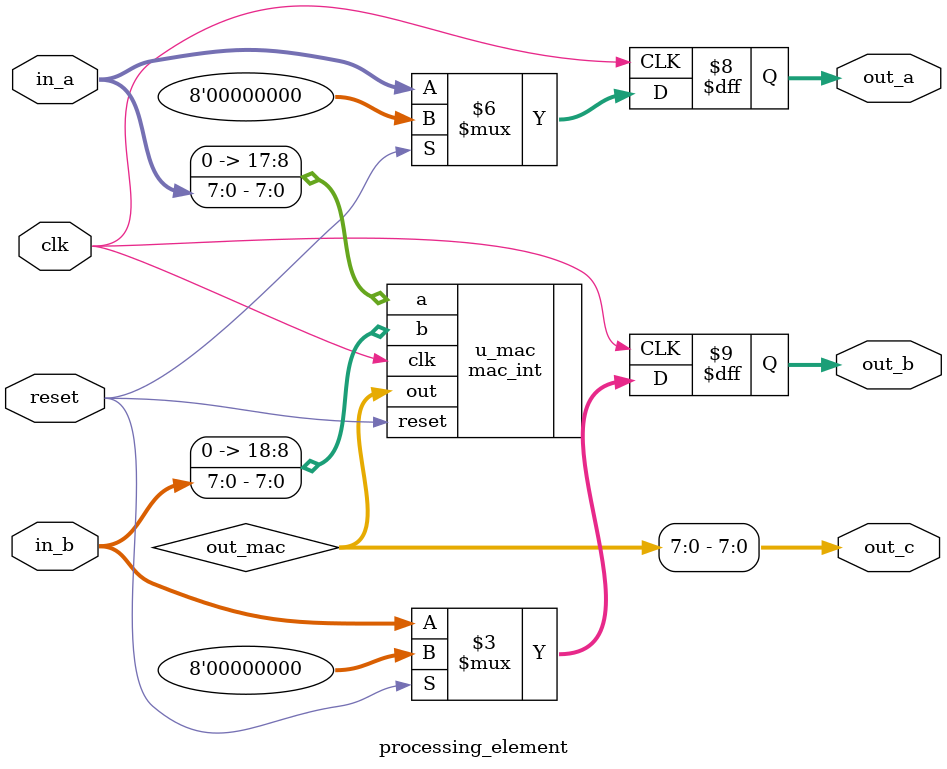
<source format=v>

`timescale 1ns/1ns
`define DWIDTH 8
`define AWIDTH 16
`define MEM_SIZE 2048
`define DESIGN_SIZE 16
`define MAT_MUL_SIZE 8
`define MASK_WIDTH 8
`define LOG2_MAT_MUL_SIZE 3
`define NUM_CYCLES_IN_MAC 3
`define MEM_ACCESS_LATENCY 1
`define REG_DATAWIDTH 32
`define REG_ADDRWIDTH 8
`define ADDR_STRIDE_WIDTH 16
`define REG_STDN_TPU_ADDR 32'h4
`define REG_MATRIX_A_ADDR 32'he
`define REG_MATRIX_B_ADDR 32'h12
`define REG_MATRIX_C_ADDR 32'h16
`define REG_VALID_MASK_A_ROWS_ADDR 32'h20
`define REG_VALID_MASK_A_COLS_B_ROWS_ADDR 32'h20
`define REG_VALID_MASK_B_COLS_ADDR 32'h20
`define REG_MATRIX_A_STRIDE_ADDR 32'h28
`define REG_MATRIX_B_STRIDE_ADDR 32'h32
`define REG_MATRIX_C_STRIDE_ADDR 32'h3

  module matrix_multiplication(
  input clk,
  input clk_mem,
  input resetn,
  input pe_resetn,
  input                             PCLK,
  input                             PRESETn,
  input        [`REG_ADDRWIDTH-1:0] PADDR,
  input                             PWRITE,
  input                             PSEL,
  input                             PENABLE,
  input        [`REG_DATAWIDTH-1:0] PWDATA,
  output reg   [`REG_DATAWIDTH-1:0] PRDATA,
  output reg                        PREADY,
  input  [7:0] bram_select,
  input  [`AWIDTH-1:0] bram_addr_ext,
  output reg [`MAT_MUL_SIZE*`DWIDTH-1:0] bram_rdata_ext,
  input  [`MAT_MUL_SIZE*`DWIDTH-1:0] bram_wdata_ext,
  input  [`MAT_MUL_SIZE-1:0] bram_we_ext
);


  reg start_reg;
  reg clear_done_reg;
  //Dummy register to sync all other invalid/unimplemented addresses
  reg [`REG_DATAWIDTH-1:0] reg_dummy;
  
  reg [`AWIDTH-1:0] bram_addr_a_0_0_ext;
  reg [`MAT_MUL_SIZE*`DWIDTH-1:0] bram_rdata_a_0_0_ext;
  reg [`MAT_MUL_SIZE*`DWIDTH-1:0] bram_wdata_a_0_0_ext;
  reg [`MASK_WIDTH-1:0] bram_we_a_0_0_ext;
    
  reg [`AWIDTH-1:0] bram_addr_a_1_0_ext;
  reg [`MAT_MUL_SIZE*`DWIDTH-1:0] bram_rdata_a_1_0_ext;
  reg [`MAT_MUL_SIZE*`DWIDTH-1:0] bram_wdata_a_1_0_ext;
  reg [`MASK_WIDTH-1:0] bram_we_a_1_0_ext;
    
  reg [`AWIDTH-1:0] bram_addr_b_0_0_ext;
  reg [`MAT_MUL_SIZE*`DWIDTH-1:0] bram_rdata_b_0_0_ext;
  reg [`MAT_MUL_SIZE*`DWIDTH-1:0] bram_wdata_b_0_0_ext;
  reg [`MASK_WIDTH-1:0] bram_we_b_0_0_ext;
    
  reg [`AWIDTH-1:0] bram_addr_b_0_1_ext;
  reg [`MAT_MUL_SIZE*`DWIDTH-1:0] bram_rdata_b_0_1_ext;
  reg [`MAT_MUL_SIZE*`DWIDTH-1:0] bram_wdata_b_0_1_ext;
  reg [`MASK_WIDTH-1:0] bram_we_b_0_1_ext;
    
  reg [`AWIDTH-1:0] bram_addr_c_0_1_ext;
  reg [`MAT_MUL_SIZE*`DWIDTH-1:0] bram_rdata_c_0_1_ext;
  reg [`MAT_MUL_SIZE*`DWIDTH-1:0] bram_wdata_c_0_1_ext;
  reg [`MASK_WIDTH-1:0] bram_we_c_0_1_ext;
    
  reg [`AWIDTH-1:0] bram_addr_c_1_1_ext;
  reg [`MAT_MUL_SIZE*`DWIDTH-1:0] bram_rdata_c_1_1_ext;
  reg [`MAT_MUL_SIZE*`DWIDTH-1:0] bram_wdata_c_1_1_ext;
  reg [`MASK_WIDTH-1:0] bram_we_c_1_1_ext;
    
	wire [`AWIDTH-1:0] bram_addr_a_0_0;
	wire [`MAT_MUL_SIZE*`DWIDTH-1:0] bram_rdata_a_0_0;
	wire [`MAT_MUL_SIZE*`DWIDTH-1:0] bram_wdata_a_0_0;
	wire [`MASK_WIDTH-1:0] bram_we_a_0_0;
	wire bram_en_a_0_0;
    
	wire [`AWIDTH-1:0] bram_addr_a_1_0;
	wire [`MAT_MUL_SIZE*`DWIDTH-1:0] bram_rdata_a_1_0;
	wire [`MAT_MUL_SIZE*`DWIDTH-1:0] bram_wdata_a_1_0;
	wire [`MASK_WIDTH-1:0] bram_we_a_1_0;
	wire bram_en_a_1_0;
    
	wire [`AWIDTH-1:0] bram_addr_b_0_0;
	wire [`MAT_MUL_SIZE*`DWIDTH-1:0] bram_rdata_b_0_0;
	wire [`MAT_MUL_SIZE*`DWIDTH-1:0] bram_wdata_b_0_0;
	wire [`MASK_WIDTH-1:0] bram_we_b_0_0;
	wire bram_en_b_0_0;
    
	wire [`AWIDTH-1:0] bram_addr_b_0_1;
	wire [`MAT_MUL_SIZE*`DWIDTH-1:0] bram_rdata_b_0_1;
	wire [`MAT_MUL_SIZE*`DWIDTH-1:0] bram_wdata_b_0_1;
	wire [`MASK_WIDTH-1:0] bram_we_b_0_1;
	wire bram_en_b_0_1;
    
	wire [`AWIDTH-1:0] bram_addr_c_0_1;
	wire [`MAT_MUL_SIZE*`DWIDTH-1:0] bram_rdata_c_0_1;
	wire [`MAT_MUL_SIZE*`DWIDTH-1:0] bram_wdata_c_0_1;
	wire [`MASK_WIDTH-1:0] bram_we_c_0_1;
	wire bram_en_c_0_1;
    
	wire [`AWIDTH-1:0] bram_addr_c_1_1;
	wire [`MAT_MUL_SIZE*`DWIDTH-1:0] bram_rdata_c_1_1;
	wire [`MAT_MUL_SIZE*`DWIDTH-1:0] bram_wdata_c_1_1;
	wire [`MASK_WIDTH-1:0] bram_we_c_1_1;
	wire bram_en_c_1_1;
    
  always @* begin
    case (bram_select)
  
      0: begin
      bram_addr_a_0_0_ext = bram_addr_ext;
      bram_wdata_a_0_0_ext = bram_wdata_ext;
      bram_we_a_0_0_ext = bram_we_ext;
      bram_rdata_ext = bram_rdata_a_0_0_ext;
      end
    
      0: begin
      bram_addr_a_1_0_ext = bram_addr_ext;
      bram_wdata_a_1_0_ext = bram_wdata_ext;
      bram_we_a_1_0_ext = bram_we_ext;
      bram_rdata_ext = bram_rdata_a_1_0_ext;
      end
    
      1: begin
      bram_addr_b_0_0_ext = bram_addr_ext;
      bram_wdata_b_0_0_ext = bram_wdata_ext;
      bram_we_b_0_0_ext = bram_we_ext;
      bram_rdata_ext = bram_rdata_b_0_0_ext;
      end
    
      1: begin
      bram_addr_b_0_1_ext = bram_addr_ext;
      bram_wdata_b_0_1_ext = bram_wdata_ext;
      bram_we_b_0_1_ext = bram_we_ext;
      bram_rdata_ext = bram_rdata_b_0_1_ext;
      end
    
      2: begin
      bram_addr_c_0_1_ext = bram_addr_ext;
      bram_wdata_c_0_1_ext = bram_wdata_ext;
      bram_we_c_0_1_ext = bram_we_ext;
      bram_rdata_ext = bram_rdata_c_0_1_ext;
      end
    
      2: begin
      bram_addr_c_1_1_ext = bram_addr_ext;
      bram_wdata_c_1_1_ext = bram_wdata_ext;
      bram_we_c_1_1_ext = bram_we_ext;
      bram_rdata_ext = bram_rdata_c_1_1_ext;
      end
    
      default: begin
      bram_rdata_ext = 0;
      end
    endcase 
  end
  
/////////////////////////////////////////////////
// BRAMs to store matrix A
/////////////////////////////////////////////////


  // BRAM matrix A 0_0
ram matrix_A_0_0(
  .addr0(bram_addr_a_0_0),
  .d0(bram_wdata_a_0_0), 
  .we0(bram_we_a_0_0), 
  .q0(bram_rdata_a_0_0), 
  .addr1(bram_addr_a_0_0_ext),
  .d1(bram_wdata_a_0_0_ext), 
  .we1(bram_we_a_0_0_ext), 
  .q1(bram_rdata_a_0_0_ext), 
  .clk(clk_mem));
  	
  // BRAM matrix A 1_0
ram matrix_A_1_0(
  .addr0(bram_addr_a_1_0),
  .d0(bram_wdata_a_1_0), 
  .we0(bram_we_a_1_0), 
  .q0(bram_rdata_a_1_0), 
  .addr1(bram_addr_a_1_0_ext),
  .d1(bram_wdata_a_1_0_ext), 
  .we1(bram_we_a_1_0_ext), 
  .q1(bram_rdata_a_1_0_ext), 
  .clk(clk_mem));
  	/////////////////////////////////////////////////
// BRAMs to store matrix B
/////////////////////////////////////////////////


  // BRAM matrix B 0_0
ram matrix_B_0_0(
  .addr0(bram_addr_b_0_0),
  .d0(bram_wdata_b_0_0), 
  .we0(bram_we_b_0_0), 
  .q0(bram_rdata_b_0_0), 
  .addr1(bram_addr_b_0_0_ext),
  .d1(bram_wdata_b_0_0_ext), 
  .we1(bram_we_b_0_0_ext), 
  .q1(bram_rdata_b_0_0_ext), 
  .clk(clk_mem));
  	
  // BRAM matrix B 0_1
ram matrix_B_0_1(
  .addr0(bram_addr_b_0_1),
  .d0(bram_wdata_b_0_1), 
  .we0(bram_we_b_0_1), 
  .q0(bram_rdata_b_0_1), 
  .addr1(bram_addr_b_0_1_ext),
  .d1(bram_wdata_b_0_1_ext), 
  .we1(bram_we_b_0_1_ext), 
  .q1(bram_rdata_b_0_1_ext), 
  .clk(clk_mem));
  	/////////////////////////////////////////////////
// BRAMs to store matrix C
/////////////////////////////////////////////////


  // BRAM matrix C 0_1
ram matrix_C_0_1(
  .addr0(bram_addr_c_0_1),
  .d0(bram_wdata_c_0_1), 
  .we0(bram_we_c_0_1), 
  .q0(bram_rdata_c_0_1), 
  .addr1(bram_addr_c_0_1_ext),
  .d1(bram_wdata_c_0_1_ext), 
  .we1(bram_we_c_0_1_ext), 
  .q1(bram_rdata_c_0_1_ext), 
  .clk(clk_mem));
  	
  // BRAM matrix C 1_1
ram matrix_C_1_1(
  .addr0(bram_addr_c_1_1),
  .d0(bram_wdata_c_1_1), 
  .we0(bram_we_c_1_1), 
  .q0(bram_rdata_c_1_1), 
  .addr1(bram_addr_c_1_1_ext),
  .d1(bram_wdata_c_1_1_ext), 
  .we1(bram_we_c_1_1_ext), 
  .q1(bram_rdata_c_1_1_ext), 
  .clk(clk_mem));
  	
reg start_mat_mul;
wire done_mat_mul;

reg [3:0] state;
	
////////////////////////////////////////////////////////////////
// Control logic
////////////////////////////////////////////////////////////////
	always @( posedge clk) begin
      if (resetn == 1'b0) begin
        state <= 4'b0000;
        start_mat_mul <= 1'b0;
      end 
      else begin
        case (state)

        4'b0000: begin
          start_mat_mul <= 1'b0;
          if (start_reg == 1'b1) begin
            state <= 4'b0001;
          end else begin
            state <= 4'b0000;
          end
        end
        
        4'b0001: begin
          start_mat_mul <= 1'b1;	      
          state <= 4'b1010;                    
        end      
        
        4'b1010: begin                 
          if (done_mat_mul == 1'b1) begin
            start_mat_mul <= 1'b0;
            state <= 4'b1000;
          end
          else begin
            state <= 4'b1010;
          end
        end

       4'b1000: begin
         if (clear_done_reg == 1'b1) begin
           state <= 4'b0000;
         end
         else begin
           state <= 4'b1000;
         end
       end
      endcase  
	end 
  end

reg [1:0] state_apb;
`define IDLE     2'b00
`define W_ENABLE  2'b01
`define R_ENABLE  2'b10

reg [`AWIDTH-1:0] address_mat_a;
reg [`AWIDTH-1:0] address_mat_b;
reg [`AWIDTH-1:0] address_mat_c;
reg [`MASK_WIDTH-1:0] validity_mask_a_rows;
reg [`MASK_WIDTH-1:0] validity_mask_a_cols_b_rows;
reg [`MASK_WIDTH-1:0] validity_mask_b_cols;
reg [`ADDR_STRIDE_WIDTH-1:0] address_stride_a;
reg [`ADDR_STRIDE_WIDTH-1:0] address_stride_b;
reg [`ADDR_STRIDE_WIDTH-1:0] address_stride_c;

////////////////////////////////////////////////////////////////
// Configuration logic
////////////////////////////////////////////////////////////////
always @(posedge PCLK) begin
  if (PRESETn == 0) begin
    state_apb <= `IDLE;
    PRDATA <= 0;
    PREADY <= 0;
    address_mat_a <= 0;
    address_mat_b <= 0;
    address_mat_c <= 0;
    validity_mask_a_rows <= {`MASK_WIDTH{1'b1}};
    validity_mask_a_cols_b_rows <= {`MASK_WIDTH{1'b1}};
    validity_mask_b_cols <= {`MASK_WIDTH{1'b1}};
    address_stride_a <= `MAT_MUL_SIZE;
    address_stride_b <= `MAT_MUL_SIZE;
    address_stride_c <= `MAT_MUL_SIZE;
  end

  else begin
    case (state_apb)
      `IDLE : begin
        PRDATA <= 0;
        if (PSEL) begin
          if (PWRITE) begin
            state_apb <= `W_ENABLE;
          end
          else begin
            state_apb <= `R_ENABLE;
          end
        end
        PREADY <= 0;
      end

      `W_ENABLE : begin
        if (PSEL && PWRITE && PENABLE) begin
          case (PADDR)
          `REG_STDN_TPU_ADDR   : begin
                                 start_reg <= PWDATA[0];
                                 clear_done_reg <= PWDATA[31];
                                 end
          `REG_MATRIX_A_ADDR   : address_mat_a <= PWDATA[`AWIDTH-1:0];
          `REG_MATRIX_B_ADDR   : address_mat_b <= PWDATA[`AWIDTH-1:0];
          `REG_MATRIX_C_ADDR   : address_mat_c <= PWDATA[`AWIDTH-1:0];
          `REG_VALID_MASK_A_ROWS_ADDR: begin
                                validity_mask_a_rows <= PWDATA[`MASK_WIDTH-1:0];
                                end
          `REG_VALID_MASK_A_COLS_B_ROWS_ADDR: begin
                                validity_mask_a_cols_b_rows <= PWDATA[`MASK_WIDTH-1:0];
                                end
          `REG_VALID_MASK_B_COLS_ADDR: begin
                                validity_mask_b_cols <= PWDATA[`MASK_WIDTH-1:0];
                                end
          `REG_MATRIX_A_STRIDE_ADDR : address_stride_a <= PWDATA[`ADDR_STRIDE_WIDTH-1:0];
          `REG_MATRIX_B_STRIDE_ADDR : address_stride_b <= PWDATA[`ADDR_STRIDE_WIDTH-1:0];
          `REG_MATRIX_C_STRIDE_ADDR : address_stride_c <= PWDATA[`ADDR_STRIDE_WIDTH-1:0];
          default : reg_dummy <= PWDATA; //sink writes to a dummy register
          endcase
          PREADY <=1;          
        end
        state_apb <= `IDLE;
      end

      `R_ENABLE : begin
        if (PSEL && !PWRITE && PENABLE) begin
          PREADY <= 1;
          case (PADDR)
          `REG_STDN_TPU_ADDR  : PRDATA <= {done_mat_mul, 30'b0, start_mat_mul};
          `REG_MATRIX_A_ADDR    : PRDATA <= address_mat_a;
          `REG_MATRIX_B_ADDR    : PRDATA <= address_mat_b;
          `REG_MATRIX_C_ADDR    : PRDATA <= address_mat_c;
          `REG_VALID_MASK_A_ROWS_ADDR: PRDATA <= validity_mask_a_rows;
          `REG_VALID_MASK_A_COLS_B_ROWS_ADDR: PRDATA <= validity_mask_a_cols_b_rows;
          `REG_VALID_MASK_B_COLS_ADDR: PRDATA <= validity_mask_b_cols;
          `REG_MATRIX_A_STRIDE_ADDR : PRDATA <= address_stride_a;
          `REG_MATRIX_B_STRIDE_ADDR : PRDATA <= address_stride_b;
          `REG_MATRIX_C_STRIDE_ADDR : PRDATA <= address_stride_c;
          default : PRDATA <= reg_dummy; //read the dummy register for undefined addresses
          endcase
        end
        state_apb <= `IDLE;
      end
      default: begin
        state_apb <= `IDLE;
      end
    endcase
  end
end  
  
wire reset;
assign reset = ~resetn;
wire pe_reset;
assign pe_reset = ~pe_resetn;
  
  wire c_data_0_1_available;
  assign bram_en_c_0_1 = 1'b1;
  assign bram_we_c_0_1 = (c_data_0_1_available) ? {`MASK_WIDTH{1'b1}} : {`MASK_WIDTH{1'b0}};  
  	
  wire c_data_1_1_available;
  assign bram_en_c_1_1 = 1'b1;
  assign bram_we_c_1_1 = (c_data_1_1_available) ? {`MASK_WIDTH{1'b1}} : {`MASK_WIDTH{1'b0}};  
  	
  assign bram_wdata_a_0_0 = {`MAT_MUL_SIZE*`DWIDTH{1'b0}};
  assign bram_en_a_0_0 = 1'b1;
  assign bram_we_a_0_0 = {`MASK_WIDTH{1'b0}};
  	
  assign bram_wdata_a_1_0 = {`MAT_MUL_SIZE*`DWIDTH{1'b0}};
  assign bram_en_a_1_0 = 1'b1;
  assign bram_we_a_1_0 = {`MASK_WIDTH{1'b0}};
  	
  assign bram_wdata_b_0_0 = {`MAT_MUL_SIZE*`DWIDTH{1'b0}};
  assign bram_en_b_0_0 = 1'b1;
  assign bram_we_b_0_0 = {`MASK_WIDTH{1'b0}};

  	
  assign bram_wdata_b_0_1 = {`MAT_MUL_SIZE*`DWIDTH{1'b0}};
  assign bram_en_b_0_1 = 1'b1;
  assign bram_we_b_0_1 = {`MASK_WIDTH{1'b0}};

  	
/////////////////////////////////////////////////
// The 16x16 matmul instantiation
/////////////////////////////////////////////////


  matmul_16x16_systolic u_matmul_16x16_systolic (
  .clk(clk),
  .reset(reset),
  .pe_reset(pe_reset),
  .start_mat_mul(start_mat_mul),
  .done_mat_mul(done_mat_mul),
  .address_mat_a(address_mat_a),
  .address_mat_b(address_mat_b),
  .address_mat_c(address_mat_c),
  .address_stride_a(address_stride_a),
  .address_stride_b(address_stride_b),
  .address_stride_c(address_stride_c),
  
  .a_data_0_0(bram_rdata_a_0_0),
  .b_data_0_0(bram_rdata_b_0_0),
  .a_addr_0_0(bram_addr_a_0_0),
  .b_addr_0_0(bram_addr_b_0_0),
  	
  .a_data_1_0(bram_rdata_a_1_0),
  .b_data_0_1(bram_rdata_b_0_1),
  .a_addr_1_0(bram_addr_a_1_0),
  .b_addr_0_1(bram_addr_b_0_1),
  	
  .c_data_0_1(bram_wdata_c_0_1),
  .c_addr_0_1(bram_addr_c_0_1),
  .c_data_0_1_available(c_data_0_1_available),
   		
  .c_data_1_1(bram_wdata_c_1_1),
  .c_addr_1_1(bram_addr_c_1_1),
  .c_data_1_1_available(c_data_1_1_available),
   		
  .validity_mask_a_rows(validity_mask_a_rows),
  .validity_mask_a_cols_b_rows(validity_mask_a_cols_b_rows),
  .validity_mask_b_cols(validity_mask_b_cols)
);
endmodule
  
/////////////////////////////////////////////////
// The 16x16 matmul definition
/////////////////////////////////////////////////


module matmul_16x16_systolic(
  input clk,
  input reset,
  input pe_reset,
  input start_mat_mul,
  output done_mat_mul,

  input [`AWIDTH-1:0] address_mat_a,
  input [`AWIDTH-1:0] address_mat_b,
  input [`AWIDTH-1:0] address_mat_c,
  input [`ADDR_STRIDE_WIDTH-1:0] address_stride_a,
  input [`ADDR_STRIDE_WIDTH-1:0] address_stride_b,
  input [`ADDR_STRIDE_WIDTH-1:0] address_stride_c,
  
  input [`MAT_MUL_SIZE*`DWIDTH-1:0] a_data_0_0,
  output [`AWIDTH-1:0] a_addr_0_0,
  input [`MAT_MUL_SIZE*`DWIDTH-1:0] b_data_0_0,
  output [`AWIDTH-1:0] b_addr_0_0,
  
  input [`MAT_MUL_SIZE*`DWIDTH-1:0] a_data_1_0,
  output [`AWIDTH-1:0] a_addr_1_0,
  input [`MAT_MUL_SIZE*`DWIDTH-1:0] b_data_0_1,
  output [`AWIDTH-1:0] b_addr_0_1,
  
  output [`MAT_MUL_SIZE*`DWIDTH-1:0] c_data_0_1,
  output [`AWIDTH-1:0] c_addr_0_1,
  output c_data_0_1_available,
    
  output [`MAT_MUL_SIZE*`DWIDTH-1:0] c_data_1_1,
  output [`AWIDTH-1:0] c_addr_1_1,
  output c_data_1_1_available,
    
  input [`MASK_WIDTH-1:0] validity_mask_a_rows,
  input [`MASK_WIDTH-1:0] validity_mask_a_cols_b_rows,
  input [`MASK_WIDTH-1:0] validity_mask_b_cols
);
    /////////////////////////////////////////////////
  // ORing all done signals
  /////////////////////////////////////////////////
  wire done_mat_mul_0_0;
  wire done_mat_mul_0_1;
  wire done_mat_mul_1_0;
  wire done_mat_mul_1_1;

  assign done_mat_mul = done_mat_mul_0_0;  /////////////////////////////////////////////////
  // Matmul 0_0
  /////////////////////////////////////////////////

  wire [`MAT_MUL_SIZE*`DWIDTH-1:0] a_data_0_0_to_0_1;
  wire [`MAT_MUL_SIZE*`DWIDTH-1:0] b_data_0_0_to_1_0;
  wire [`MAT_MUL_SIZE*`DWIDTH-1:0] a_data_in_0_0_NC;
  wire [`MAT_MUL_SIZE*`DWIDTH-1:0] c_data_in_0_0_NC;
  wire [`MAT_MUL_SIZE*`DWIDTH-1:0] b_data_in_0_0_NC;
  wire [`MAT_MUL_SIZE*`DWIDTH-1:0] c_data_0_0_to_0_1;
  wire [`AWIDTH-1:0] c_addr_0_0_NC;
  wire c_data_0_0_available_NC;

matmul_8x8_systolic u_matmul_8x8_systolic_0_0(
  .clk(clk),
  .reset(reset),
  .pe_reset(pe_reset),
  .start_mat_mul(start_mat_mul),
  .done_mat_mul(done_mat_mul_0_0),
  .address_mat_a(address_mat_a),
  .address_mat_b(address_mat_b),
  .address_mat_c(address_mat_c),
  .address_stride_a(address_stride_a),
  .address_stride_b(address_stride_b),
  .address_stride_c(address_stride_c),
  .a_data(a_data_0_0),
  .b_data(b_data_0_0),
  .a_data_in(a_data_in_0_0_NC),
  .b_data_in(b_data_in_0_0_NC),
  .c_data_in(c_data_in_0_0_NC),
  .c_data_out(c_data_0_0_to_0_1),
  .a_data_out(a_data_0_0_to_0_1),
  .b_data_out(b_data_0_0_to_1_0),
  .a_addr(a_addr_0_0),
  .b_addr(b_addr_0_0),
  .c_addr(c_addr_0_0_NC),
  .c_data_available(c_data_0_0_available_NC),

  .validity_mask_a_rows(validity_mask_a_rows),
  .validity_mask_a_cols_b_rows(validity_mask_a_cols_b_rows),
  .validity_mask_b_cols(validity_mask_b_cols),
  .final_mat_mul_size(8'd16),
  .a_loc(8'd0),
  .b_loc(8'd0)
);

  /////////////////////////////////////////////////
  // Matmul 0_1
  /////////////////////////////////////////////////

  wire [`MAT_MUL_SIZE*`DWIDTH-1:0] a_data_0_1_to_0_2;
  wire [`MAT_MUL_SIZE*`DWIDTH-1:0] b_data_0_1_to_1_1;
  wire [`AWIDTH-1:0] a_addr_0_1_NC;
  wire [`MAT_MUL_SIZE*`DWIDTH-1:0] a_data_0_1_NC;
  wire [`MAT_MUL_SIZE*`DWIDTH-1:0] b_data_in_0_1_NC;

matmul_8x8_systolic u_matmul_8x8_systolic_0_1(
  .clk(clk),
  .reset(reset),
  .pe_reset(pe_reset),
  .start_mat_mul(start_mat_mul),
  .done_mat_mul(done_mat_mul_0_1),
  .address_mat_a(address_mat_a),
  .address_mat_b(address_mat_b),
  .address_mat_c(address_mat_c),
  .address_stride_a(address_stride_a),
  .address_stride_b(address_stride_b),
  .address_stride_c(address_stride_c),
  .a_data(a_data_0_1_NC),
  .b_data(b_data_0_1),
  .a_data_in(a_data_0_0_to_0_1),
  .b_data_in(b_data_in_0_1_NC),
  .c_data_in(c_data_0_0_to_0_1),
  .c_data_out(c_data_0_1),
  .a_data_out(a_data_0_1_to_0_2),
  .b_data_out(b_data_0_1_to_1_1),
  .a_addr(a_addr_0_1_NC),
  .b_addr(b_addr_0_1),
  .c_addr(c_addr_0_1),
  .c_data_available(c_data_0_1_available),

  .validity_mask_a_rows(validity_mask_a_rows),
  .validity_mask_a_cols_b_rows(validity_mask_a_cols_b_rows),
  .validity_mask_b_cols(validity_mask_b_cols),
  .final_mat_mul_size(8'd16),
  .a_loc(8'd0),
  .b_loc(8'd1)
);

  /////////////////////////////////////////////////
  // Matmul 1_0
  /////////////////////////////////////////////////

  wire [`MAT_MUL_SIZE*`DWIDTH-1:0] a_data_1_0_to_1_1;
  wire [`MAT_MUL_SIZE*`DWIDTH-1:0] b_data_1_0_to_2_0;
  wire [`AWIDTH-1:0] b_addr_1_0_NC;
  wire [`MAT_MUL_SIZE*`DWIDTH-1:0] b_data_1_0_NC;
  wire [`MAT_MUL_SIZE*`DWIDTH-1:0] a_data_in_1_0_NC;
  wire [`MAT_MUL_SIZE*`DWIDTH-1:0] c_data_in_1_0_NC;
  wire [`MAT_MUL_SIZE*`DWIDTH-1:0] c_data_1_0_to_1_1;
  wire [`AWIDTH-1:0] c_addr_1_0_NC;
  wire c_data_1_0_available_NC;

matmul_8x8_systolic u_matmul_8x8_systolic_1_0(
  .clk(clk),
  .reset(reset),
  .pe_reset(pe_reset),
  .start_mat_mul(start_mat_mul),
  .done_mat_mul(done_mat_mul_1_0),
  .address_mat_a(address_mat_a),
  .address_mat_b(address_mat_b),
  .address_mat_c(address_mat_c),
  .address_stride_a(address_stride_a),
  .address_stride_b(address_stride_b),
  .address_stride_c(address_stride_c),
  .a_data(a_data_1_0),
  .b_data(b_data_1_0_NC),
  .a_data_in(a_data_in_1_0_NC),
  .b_data_in(b_data_0_0_to_1_0),
  .c_data_in(c_data_in_1_0_NC),
  .c_data_out(c_data_1_0_to_1_1),
  .a_data_out(a_data_1_0_to_1_1),
  .b_data_out(b_data_1_0_to_2_0),
  .a_addr(a_addr_1_0),
  .b_addr(b_addr_1_0_NC),
  .c_addr(c_addr_1_0_NC),
  .c_data_available(c_data_1_0_available_NC),

  .validity_mask_a_rows(validity_mask_a_rows),
  .validity_mask_a_cols_b_rows(validity_mask_a_cols_b_rows),
  .validity_mask_b_cols(validity_mask_b_cols),
  .final_mat_mul_size(8'd16),
  .a_loc(8'd1),
  .b_loc(8'd0)
);

  /////////////////////////////////////////////////
  // Matmul 1_1
  /////////////////////////////////////////////////

  wire [`MAT_MUL_SIZE*`DWIDTH-1:0] a_data_1_1_to_1_2;
  wire [`MAT_MUL_SIZE*`DWIDTH-1:0] b_data_1_1_to_2_1;
  wire [`AWIDTH-1:0] a_addr_1_1_NC;
  wire [`AWIDTH-1:0] b_addr_1_1_NC;
  wire [`MAT_MUL_SIZE*`DWIDTH-1:0] a_data_1_1_NC;
  wire [`MAT_MUL_SIZE*`DWIDTH-1:0] b_data_1_1_NC;

matmul_8x8_systolic u_matmul_8x8_systolic_1_1(
  .clk(clk),
  .reset(reset),
  .pe_reset(pe_reset),
  .start_mat_mul(start_mat_mul),
  .done_mat_mul(done_mat_mul_1_1),
  .address_mat_a(address_mat_a),
  .address_mat_b(address_mat_b),
  .address_mat_c(address_mat_c),
  .address_stride_a(address_stride_a),
  .address_stride_b(address_stride_b),
  .address_stride_c(address_stride_c),
  .a_data(a_data_1_1_NC),
  .b_data(b_data_1_1_NC),
  .a_data_in(a_data_1_0_to_1_1),
  .b_data_in(b_data_0_1_to_1_1),
  .c_data_in(c_data_1_0_to_1_1),
  .c_data_out(c_data_1_1),
  .a_data_out(a_data_1_1_to_1_2),
  .b_data_out(b_data_1_1_to_2_1),
  .a_addr(a_addr_1_1_NC),
  .b_addr(b_addr_1_1_NC),
  .c_addr(c_addr_1_1),
  .c_data_available(c_data_1_1_available),

  .validity_mask_a_rows(validity_mask_a_rows),
  .validity_mask_a_cols_b_rows(validity_mask_a_cols_b_rows),
  .validity_mask_b_cols(validity_mask_b_cols),
  .final_mat_mul_size(8'd16),
  .a_loc(8'd1),
  .b_loc(8'd1)
);

endmodule


//////////////////////////////////
//Dual port RAM
//////////////////////////////////
module ram (
        addr0, 
        d0, 
        we0, 
        q0,  
        addr1,
        d1,
        we1,
        q1,
        clk);

input [`AWIDTH-1:0] addr0;
input [`AWIDTH-1:0] addr1;
input [`MAT_MUL_SIZE*`DWIDTH-1:0] d0;
input [`MAT_MUL_SIZE*`DWIDTH-1:0] d1;
input [`MAT_MUL_SIZE-1:0] we0;
input [`MAT_MUL_SIZE-1:0] we1;
output reg [`MAT_MUL_SIZE*`DWIDTH-1:0] q0;
output reg [`MAT_MUL_SIZE*`DWIDTH-1:0] q1;
input clk;

`ifdef VCS
reg [7:0] ram[((1<<`AWIDTH)-1):0];
integer i;

always @(posedge clk)  
begin 
    for (i = 0; i < `MAT_MUL_SIZE; i=i+1) begin
        if (we0[i]) ram[addr0+i] <= d0[i*`DWIDTH +: `DWIDTH]; 
    end    
    for (i = 0; i < `MAT_MUL_SIZE; i=i+1) begin
        q0[i*`DWIDTH +: `DWIDTH] <= ram[addr0+i];
    end    
end

always @(posedge clk)  
begin 
    for (i = 0; i < `MAT_MUL_SIZE; i=i+1) begin
        if (we1[i]) ram[addr0+i] <= d1[i*`DWIDTH +: `DWIDTH]; 
    end    
    for (i = 0; i < `MAT_MUL_SIZE; i=i+1) begin
        q1[i*`DWIDTH +: `DWIDTH] <= ram[addr1+i];
    end    
end

`else
//BRAMs available in VTR FPGA architectures have one bit write-enables.
//So let's combine multiple bits into 1. We don't have a usecase of
//writing/not-writing only parts of the word anyway.
wire we0_coalesced;
assign we0_coalesced = |we0;
wire we1_coalesced;
assign we1_coalesced = |we1;

dual_port_ram u_dual_port_ram(
.addr1(addr0),
.we1(we0_coalesced),
.data1(d0),
.out1(q0),
.addr2(addr1),
.we2(we1_coalesced),
.data2(d1),
.out2(q1),
.clk(clk)
);

`endif


endmodule

  
`timescale 1ns / 1ps
/*
`define DWIDTH 8
`define AWIDTH 16
`define MEM_SIZE 2048

`define MAT_MUL_SIZE 8
`define MASK_WIDTH 8
`define LOG2_MAT_MUL_SIZE 3

`define BB_MAT_MUL_SIZE `MAT_MUL_SIZE
`define NUM_CYCLES_IN_MAC 3
`define MEM_ACCESS_LATENCY 1
`define REG_DATAWIDTH 32
`define REG_ADDRWIDTH 8
`define ADDR_STRIDE_WIDTH 16
`define MAX_BITS_POOL 3
*/
//////////////////////////////////////////////////////////////////////////////////
// Company: 
// Engineer: 
// 
// Create Date: 2020-07-25 21:27:45.174821
// Design Name: 
// Module Name: matmul_8x8_systolic
// Project Name: 
// Target Devices: 
// Tool Versions: 
// Description: 
// 
// Dependencies: 
// 
// Revision:
// Revision 0.01 - File Created
// Additional Comments:
// 
//////////////////////////////////////////////////////////////////////////////////

module matmul_8x8_systolic(
 clk,
 reset,
 pe_reset,
 start_mat_mul,
 done_mat_mul,
 address_mat_a,
 address_mat_b,
 address_mat_c,
 address_stride_a,
 address_stride_b,
 address_stride_c,
 a_data,
 b_data,
 a_data_in, //Data values coming in from previous matmul - systolic connections
 b_data_in,
 c_data_in, //Data values coming in from previous matmul - systolic shifting
 c_data_out, //Data values going out to next matmul - systolic shifting
 a_data_out,
 b_data_out,
 a_addr,
 b_addr,
 c_addr,
 c_data_available,

 validity_mask_a_rows,
 validity_mask_a_cols_b_rows,
 validity_mask_b_cols,
  
final_mat_mul_size,
  
 a_loc,
 b_loc
);

 input clk;
 input reset;
 input pe_reset;
 input start_mat_mul;
 output done_mat_mul;
 input [`AWIDTH-1:0] address_mat_a;
 input [`AWIDTH-1:0] address_mat_b;
 input [`AWIDTH-1:0] address_mat_c;
 input [`ADDR_STRIDE_WIDTH-1:0] address_stride_a;
 input [`ADDR_STRIDE_WIDTH-1:0] address_stride_b;
 input [`ADDR_STRIDE_WIDTH-1:0] address_stride_c;
 input [`MAT_MUL_SIZE*`DWIDTH-1:0] a_data;
 input [`MAT_MUL_SIZE*`DWIDTH-1:0] b_data;
 input [`MAT_MUL_SIZE*`DWIDTH-1:0] a_data_in;
 input [`MAT_MUL_SIZE*`DWIDTH-1:0] b_data_in;
 input [`MAT_MUL_SIZE*`DWIDTH-1:0] c_data_in;
 output [`MAT_MUL_SIZE*`DWIDTH-1:0] c_data_out;
 output [`MAT_MUL_SIZE*`DWIDTH-1:0] a_data_out;
 output [`MAT_MUL_SIZE*`DWIDTH-1:0] b_data_out;
 output [`AWIDTH-1:0] a_addr;
 output [`AWIDTH-1:0] b_addr;
 output [`AWIDTH-1:0] c_addr;
 output c_data_available;

 input [`MASK_WIDTH-1:0] validity_mask_a_rows;
 input [`MASK_WIDTH-1:0] validity_mask_a_cols_b_rows;
 input [`MASK_WIDTH-1:0] validity_mask_b_cols;

//7:0 is okay here. We aren't going to make a matmul larger than 128x128
//In fact, these will get optimized out by the synthesis tool, because
//we hardcode them at the instantiation level.
 input [7:0] final_mat_mul_size;
  
 input [7:0] a_loc;
 input [7:0] b_loc;

//////////////////////////////////////////////////////////////////////////
// Logic for clock counting and when to assert done
//////////////////////////////////////////////////////////////////////////

reg done_mat_mul;
//This is 7 bits because the expectation is that clock count will be pretty
//small. For large matmuls, this will need to increased to have more bits.
//In general, a systolic multiplier takes 4*N-2+P cycles, where N is the size 
//of the matmul and P is the number of pipleine stages in the MAC block.
reg [7:0] clk_cnt;

//Finding out number of cycles to assert matmul done.
//When we have to save the outputs to accumulators, then we don't need to
//shift out data. So, we can assert done_mat_mul early.
//In the normal case, we have to include the time to shift out the results. 
//Note: the count expression used to contain "4*final_mat_mul_size", but 
//to avoid multiplication, we now use "final_mat_mul_size<<2"
wire [7:0] clk_cnt_for_done;

assign clk_cnt_for_done = 
                          ((final_mat_mul_size<<2) - 2 + `NUM_CYCLES_IN_MAC);  
    
always @(posedge clk) begin
  if (reset || ~start_mat_mul) begin
    clk_cnt <= 0;
    done_mat_mul <= 0;
  end
  else if (clk_cnt == clk_cnt_for_done) begin
    done_mat_mul <= 1;
    clk_cnt <= clk_cnt + 1;

  end
  else if (done_mat_mul == 0) begin
    clk_cnt <= clk_cnt + 1;

  end    
  else begin
    done_mat_mul <= 0;
    clk_cnt <= clk_cnt + 1;
  end
end
wire [`DWIDTH-1:0] a0_data;
wire [`DWIDTH-1:0] a1_data;
wire [`DWIDTH-1:0] a2_data;
wire [`DWIDTH-1:0] a3_data;
wire [`DWIDTH-1:0] a4_data;
wire [`DWIDTH-1:0] a5_data;
wire [`DWIDTH-1:0] a6_data;
wire [`DWIDTH-1:0] a7_data;
wire [`DWIDTH-1:0] b0_data;
wire [`DWIDTH-1:0] b1_data;
wire [`DWIDTH-1:0] b2_data;
wire [`DWIDTH-1:0] b3_data;
wire [`DWIDTH-1:0] b4_data;
wire [`DWIDTH-1:0] b5_data;
wire [`DWIDTH-1:0] b6_data;
wire [`DWIDTH-1:0] b7_data;
wire [`DWIDTH-1:0] a1_data_delayed_1;
wire [`DWIDTH-1:0] a2_data_delayed_1;
wire [`DWIDTH-1:0] a2_data_delayed_2;
wire [`DWIDTH-1:0] a3_data_delayed_1;
wire [`DWIDTH-1:0] a3_data_delayed_2;
wire [`DWIDTH-1:0] a3_data_delayed_3;
wire [`DWIDTH-1:0] a4_data_delayed_1;
wire [`DWIDTH-1:0] a4_data_delayed_2;
wire [`DWIDTH-1:0] a4_data_delayed_3;
wire [`DWIDTH-1:0] a4_data_delayed_4;
wire [`DWIDTH-1:0] a5_data_delayed_1;
wire [`DWIDTH-1:0] a5_data_delayed_2;
wire [`DWIDTH-1:0] a5_data_delayed_3;
wire [`DWIDTH-1:0] a5_data_delayed_4;
wire [`DWIDTH-1:0] a5_data_delayed_5;
wire [`DWIDTH-1:0] a6_data_delayed_1;
wire [`DWIDTH-1:0] a6_data_delayed_2;
wire [`DWIDTH-1:0] a6_data_delayed_3;
wire [`DWIDTH-1:0] a6_data_delayed_4;
wire [`DWIDTH-1:0] a6_data_delayed_5;
wire [`DWIDTH-1:0] a6_data_delayed_6;
wire [`DWIDTH-1:0] a7_data_delayed_1;
wire [`DWIDTH-1:0] a7_data_delayed_2;
wire [`DWIDTH-1:0] a7_data_delayed_3;
wire [`DWIDTH-1:0] a7_data_delayed_4;
wire [`DWIDTH-1:0] a7_data_delayed_5;
wire [`DWIDTH-1:0] a7_data_delayed_6;
wire [`DWIDTH-1:0] a7_data_delayed_7;
wire [`DWIDTH-1:0] b1_data_delayed_1;
wire [`DWIDTH-1:0] b2_data_delayed_1;
wire [`DWIDTH-1:0] b2_data_delayed_2;
wire [`DWIDTH-1:0] b3_data_delayed_1;
wire [`DWIDTH-1:0] b3_data_delayed_2;
wire [`DWIDTH-1:0] b3_data_delayed_3;
wire [`DWIDTH-1:0] b4_data_delayed_1;
wire [`DWIDTH-1:0] b4_data_delayed_2;
wire [`DWIDTH-1:0] b4_data_delayed_3;
wire [`DWIDTH-1:0] b4_data_delayed_4;
wire [`DWIDTH-1:0] b5_data_delayed_1;
wire [`DWIDTH-1:0] b5_data_delayed_2;
wire [`DWIDTH-1:0] b5_data_delayed_3;
wire [`DWIDTH-1:0] b5_data_delayed_4;
wire [`DWIDTH-1:0] b5_data_delayed_5;
wire [`DWIDTH-1:0] b6_data_delayed_1;
wire [`DWIDTH-1:0] b6_data_delayed_2;
wire [`DWIDTH-1:0] b6_data_delayed_3;
wire [`DWIDTH-1:0] b6_data_delayed_4;
wire [`DWIDTH-1:0] b6_data_delayed_5;
wire [`DWIDTH-1:0] b6_data_delayed_6;
wire [`DWIDTH-1:0] b7_data_delayed_1;
wire [`DWIDTH-1:0] b7_data_delayed_2;
wire [`DWIDTH-1:0] b7_data_delayed_3;
wire [`DWIDTH-1:0] b7_data_delayed_4;
wire [`DWIDTH-1:0] b7_data_delayed_5;
wire [`DWIDTH-1:0] b7_data_delayed_6;
wire [`DWIDTH-1:0] b7_data_delayed_7;


//////////////////////////////////////////////////////////////////////////
// Instantiation of systolic data setup
//////////////////////////////////////////////////////////////////////////
systolic_data_setup u_systolic_data_setup(
.clk(clk),
.reset(reset),
.start_mat_mul(start_mat_mul),
.a_addr(a_addr),
.b_addr(b_addr),
.address_mat_a(address_mat_a),
.address_mat_b(address_mat_b),
.address_stride_a(address_stride_a),
.address_stride_b(address_stride_b),
.a_data(a_data),
.b_data(b_data),
.clk_cnt(clk_cnt),
.a0_data(a0_data),
.b0_data(b0_data),
.a1_data_delayed_1(a1_data_delayed_1),
.b1_data_delayed_1(b1_data_delayed_1),
.a2_data_delayed_2(a2_data_delayed_2),
.b2_data_delayed_2(b2_data_delayed_2),
.a3_data_delayed_3(a3_data_delayed_3),
.b3_data_delayed_3(b3_data_delayed_3),
.a4_data_delayed_4(a4_data_delayed_4),
.b4_data_delayed_4(b4_data_delayed_4),
.a5_data_delayed_5(a5_data_delayed_5),
.b5_data_delayed_5(b5_data_delayed_5),
.a6_data_delayed_6(a6_data_delayed_6),
.b6_data_delayed_6(b6_data_delayed_6),
.a7_data_delayed_7(a7_data_delayed_7),
.b7_data_delayed_7(b7_data_delayed_7),

.validity_mask_a_rows(validity_mask_a_rows),
.validity_mask_a_cols_b_rows(validity_mask_a_cols_b_rows),
.validity_mask_b_cols(validity_mask_b_cols),

.final_mat_mul_size(final_mat_mul_size),
  
.a_loc(a_loc),
.b_loc(b_loc)
);

//////////////////////////////////////////////////////////////////////////
// Logic to mux data_in coming from neighboring matmuls
//////////////////////////////////////////////////////////////////////////
wire [`DWIDTH-1:0] a0;
wire [`DWIDTH-1:0] a1;
wire [`DWIDTH-1:0] a2;
wire [`DWIDTH-1:0] a3;
wire [`DWIDTH-1:0] a4;
wire [`DWIDTH-1:0] a5;
wire [`DWIDTH-1:0] a6;
wire [`DWIDTH-1:0] a7;
wire [`DWIDTH-1:0] b0;
wire [`DWIDTH-1:0] b1;
wire [`DWIDTH-1:0] b2;
wire [`DWIDTH-1:0] b3;
wire [`DWIDTH-1:0] b4;
wire [`DWIDTH-1:0] b5;
wire [`DWIDTH-1:0] b6;
wire [`DWIDTH-1:0] b7;

wire [`DWIDTH-1:0] a0_data_in;
wire [`DWIDTH-1:0] a1_data_in;
wire [`DWIDTH-1:0] a2_data_in;
wire [`DWIDTH-1:0] a3_data_in;
wire [`DWIDTH-1:0] a4_data_in;
wire [`DWIDTH-1:0] a5_data_in;
wire [`DWIDTH-1:0] a6_data_in;
wire [`DWIDTH-1:0] a7_data_in;

assign a0_data_in = a_data_in[1*`DWIDTH-1:0*`DWIDTH];
assign a1_data_in = a_data_in[2*`DWIDTH-1:1*`DWIDTH];
assign a2_data_in = a_data_in[3*`DWIDTH-1:2*`DWIDTH];
assign a3_data_in = a_data_in[4*`DWIDTH-1:3*`DWIDTH];
assign a4_data_in = a_data_in[5*`DWIDTH-1:4*`DWIDTH];
assign a5_data_in = a_data_in[6*`DWIDTH-1:5*`DWIDTH];
assign a6_data_in = a_data_in[7*`DWIDTH-1:6*`DWIDTH];
assign a7_data_in = a_data_in[8*`DWIDTH-1:7*`DWIDTH];

wire [`DWIDTH-1:0] b0_data_in;
wire [`DWIDTH-1:0] b1_data_in;
wire [`DWIDTH-1:0] b2_data_in;
wire [`DWIDTH-1:0] b3_data_in;
wire [`DWIDTH-1:0] b4_data_in;
wire [`DWIDTH-1:0] b5_data_in;
wire [`DWIDTH-1:0] b6_data_in;
wire [`DWIDTH-1:0] b7_data_in;

assign b0_data_in = b_data_in[1*`DWIDTH-1:0*`DWIDTH];
assign b1_data_in = b_data_in[2*`DWIDTH-1:1*`DWIDTH];
assign b2_data_in = b_data_in[3*`DWIDTH-1:2*`DWIDTH];
assign b3_data_in = b_data_in[4*`DWIDTH-1:3*`DWIDTH];
assign b4_data_in = b_data_in[5*`DWIDTH-1:4*`DWIDTH];
assign b5_data_in = b_data_in[6*`DWIDTH-1:5*`DWIDTH];
assign b6_data_in = b_data_in[7*`DWIDTH-1:6*`DWIDTH];
assign b7_data_in = b_data_in[8*`DWIDTH-1:7*`DWIDTH];

assign a0 = (b_loc==0) ? a0_data           : a0_data_in;
assign a1 = (b_loc==0) ? a1_data_delayed_1 : a1_data_in;
assign a2 = (b_loc==0) ? a2_data_delayed_2 : a2_data_in;
assign a3 = (b_loc==0) ? a3_data_delayed_3 : a3_data_in;
assign a4 = (b_loc==0) ? a4_data_delayed_4 : a4_data_in;
assign a5 = (b_loc==0) ? a5_data_delayed_5 : a5_data_in;
assign a6 = (b_loc==0) ? a6_data_delayed_6 : a6_data_in;
assign a7 = (b_loc==0) ? a7_data_delayed_7 : a7_data_in;

assign b0 = (a_loc==0) ? b0_data           : b0_data_in;
assign b1 = (a_loc==0) ? b1_data_delayed_1 : b1_data_in;
assign b2 = (a_loc==0) ? b2_data_delayed_2 : b2_data_in;
assign b3 = (a_loc==0) ? b3_data_delayed_3 : b3_data_in;
assign b4 = (a_loc==0) ? b4_data_delayed_4 : b4_data_in;
assign b5 = (a_loc==0) ? b5_data_delayed_5 : b5_data_in;
assign b6 = (a_loc==0) ? b6_data_delayed_6 : b6_data_in;
assign b7 = (a_loc==0) ? b7_data_delayed_7 : b7_data_in;

wire [`DWIDTH-1:0] matrixC0_0;
wire [`DWIDTH-1:0] matrixC0_1;
wire [`DWIDTH-1:0] matrixC0_2;
wire [`DWIDTH-1:0] matrixC0_3;
wire [`DWIDTH-1:0] matrixC0_4;
wire [`DWIDTH-1:0] matrixC0_5;
wire [`DWIDTH-1:0] matrixC0_6;
wire [`DWIDTH-1:0] matrixC0_7;
wire [`DWIDTH-1:0] matrixC1_0;
wire [`DWIDTH-1:0] matrixC1_1;
wire [`DWIDTH-1:0] matrixC1_2;
wire [`DWIDTH-1:0] matrixC1_3;
wire [`DWIDTH-1:0] matrixC1_4;
wire [`DWIDTH-1:0] matrixC1_5;
wire [`DWIDTH-1:0] matrixC1_6;
wire [`DWIDTH-1:0] matrixC1_7;
wire [`DWIDTH-1:0] matrixC2_0;
wire [`DWIDTH-1:0] matrixC2_1;
wire [`DWIDTH-1:0] matrixC2_2;
wire [`DWIDTH-1:0] matrixC2_3;
wire [`DWIDTH-1:0] matrixC2_4;
wire [`DWIDTH-1:0] matrixC2_5;
wire [`DWIDTH-1:0] matrixC2_6;
wire [`DWIDTH-1:0] matrixC2_7;
wire [`DWIDTH-1:0] matrixC3_0;
wire [`DWIDTH-1:0] matrixC3_1;
wire [`DWIDTH-1:0] matrixC3_2;
wire [`DWIDTH-1:0] matrixC3_3;
wire [`DWIDTH-1:0] matrixC3_4;
wire [`DWIDTH-1:0] matrixC3_5;
wire [`DWIDTH-1:0] matrixC3_6;
wire [`DWIDTH-1:0] matrixC3_7;
wire [`DWIDTH-1:0] matrixC4_0;
wire [`DWIDTH-1:0] matrixC4_1;
wire [`DWIDTH-1:0] matrixC4_2;
wire [`DWIDTH-1:0] matrixC4_3;
wire [`DWIDTH-1:0] matrixC4_4;
wire [`DWIDTH-1:0] matrixC4_5;
wire [`DWIDTH-1:0] matrixC4_6;
wire [`DWIDTH-1:0] matrixC4_7;
wire [`DWIDTH-1:0] matrixC5_0;
wire [`DWIDTH-1:0] matrixC5_1;
wire [`DWIDTH-1:0] matrixC5_2;
wire [`DWIDTH-1:0] matrixC5_3;
wire [`DWIDTH-1:0] matrixC5_4;
wire [`DWIDTH-1:0] matrixC5_5;
wire [`DWIDTH-1:0] matrixC5_6;
wire [`DWIDTH-1:0] matrixC5_7;
wire [`DWIDTH-1:0] matrixC6_0;
wire [`DWIDTH-1:0] matrixC6_1;
wire [`DWIDTH-1:0] matrixC6_2;
wire [`DWIDTH-1:0] matrixC6_3;
wire [`DWIDTH-1:0] matrixC6_4;
wire [`DWIDTH-1:0] matrixC6_5;
wire [`DWIDTH-1:0] matrixC6_6;
wire [`DWIDTH-1:0] matrixC6_7;
wire [`DWIDTH-1:0] matrixC7_0;
wire [`DWIDTH-1:0] matrixC7_1;
wire [`DWIDTH-1:0] matrixC7_2;
wire [`DWIDTH-1:0] matrixC7_3;
wire [`DWIDTH-1:0] matrixC7_4;
wire [`DWIDTH-1:0] matrixC7_5;
wire [`DWIDTH-1:0] matrixC7_6;
wire [`DWIDTH-1:0] matrixC7_7;


//////////////////////////////////////////////////////////////////////////
// Instantiation of the output logic
//////////////////////////////////////////////////////////////////////////
output_logic u_output_logic(
.start_mat_mul(start_mat_mul),
.done_mat_mul(done_mat_mul),
.address_mat_c(address_mat_c),
.address_stride_c(address_stride_c),
.c_data_out(c_data_out),
.c_data_in(c_data_in),
.c_addr(c_addr),
.c_data_available(c_data_available),
.clk_cnt(clk_cnt),
.row_latch_en(row_latch_en),

.final_mat_mul_size(final_mat_mul_size),
  .matrixC0_0(matrixC0_0),
.matrixC0_1(matrixC0_1),
.matrixC0_2(matrixC0_2),
.matrixC0_3(matrixC0_3),
.matrixC0_4(matrixC0_4),
.matrixC0_5(matrixC0_5),
.matrixC0_6(matrixC0_6),
.matrixC0_7(matrixC0_7),
.matrixC1_0(matrixC1_0),
.matrixC1_1(matrixC1_1),
.matrixC1_2(matrixC1_2),
.matrixC1_3(matrixC1_3),
.matrixC1_4(matrixC1_4),
.matrixC1_5(matrixC1_5),
.matrixC1_6(matrixC1_6),
.matrixC1_7(matrixC1_7),
.matrixC2_0(matrixC2_0),
.matrixC2_1(matrixC2_1),
.matrixC2_2(matrixC2_2),
.matrixC2_3(matrixC2_3),
.matrixC2_4(matrixC2_4),
.matrixC2_5(matrixC2_5),
.matrixC2_6(matrixC2_6),
.matrixC2_7(matrixC2_7),
.matrixC3_0(matrixC3_0),
.matrixC3_1(matrixC3_1),
.matrixC3_2(matrixC3_2),
.matrixC3_3(matrixC3_3),
.matrixC3_4(matrixC3_4),
.matrixC3_5(matrixC3_5),
.matrixC3_6(matrixC3_6),
.matrixC3_7(matrixC3_7),
.matrixC4_0(matrixC4_0),
.matrixC4_1(matrixC4_1),
.matrixC4_2(matrixC4_2),
.matrixC4_3(matrixC4_3),
.matrixC4_4(matrixC4_4),
.matrixC4_5(matrixC4_5),
.matrixC4_6(matrixC4_6),
.matrixC4_7(matrixC4_7),
.matrixC5_0(matrixC5_0),
.matrixC5_1(matrixC5_1),
.matrixC5_2(matrixC5_2),
.matrixC5_3(matrixC5_3),
.matrixC5_4(matrixC5_4),
.matrixC5_5(matrixC5_5),
.matrixC5_6(matrixC5_6),
.matrixC5_7(matrixC5_7),
.matrixC6_0(matrixC6_0),
.matrixC6_1(matrixC6_1),
.matrixC6_2(matrixC6_2),
.matrixC6_3(matrixC6_3),
.matrixC6_4(matrixC6_4),
.matrixC6_5(matrixC6_5),
.matrixC6_6(matrixC6_6),
.matrixC6_7(matrixC6_7),
.matrixC7_0(matrixC7_0),
.matrixC7_1(matrixC7_1),
.matrixC7_2(matrixC7_2),
.matrixC7_3(matrixC7_3),
.matrixC7_4(matrixC7_4),
.matrixC7_5(matrixC7_5),
.matrixC7_6(matrixC7_6),
.matrixC7_7(matrixC7_7),

.clk(clk),
.reset(reset)
);

//////////////////////////////////////////////////////////////////////////
// Instantiations of the actual PEs
//////////////////////////////////////////////////////////////////////////
systolic_pe_matrix u_systolic_pe_matrix(
.clk(clk),
.reset(reset),
.pe_reset(pe_reset),
.start_mat_mul(start_mat_mul),
.a0(a0),
.a1(a1),
.a2(a2),
.a3(a3),
.a4(a4),
.a5(a5),
.a6(a6),
.a7(a7),
.b0(b0),
.b1(b1),
.b2(b2),
.b3(b3),
.b4(b4),
.b5(b5),
.b6(b6),
.b7(b7),
.matrixC0_0(matrixC0_0),
.matrixC0_1(matrixC0_1),
.matrixC0_2(matrixC0_2),
.matrixC0_3(matrixC0_3),
.matrixC0_4(matrixC0_4),
.matrixC0_5(matrixC0_5),
.matrixC0_6(matrixC0_6),
.matrixC0_7(matrixC0_7),
.matrixC1_0(matrixC1_0),
.matrixC1_1(matrixC1_1),
.matrixC1_2(matrixC1_2),
.matrixC1_3(matrixC1_3),
.matrixC1_4(matrixC1_4),
.matrixC1_5(matrixC1_5),
.matrixC1_6(matrixC1_6),
.matrixC1_7(matrixC1_7),
.matrixC2_0(matrixC2_0),
.matrixC2_1(matrixC2_1),
.matrixC2_2(matrixC2_2),
.matrixC2_3(matrixC2_3),
.matrixC2_4(matrixC2_4),
.matrixC2_5(matrixC2_5),
.matrixC2_6(matrixC2_6),
.matrixC2_7(matrixC2_7),
.matrixC3_0(matrixC3_0),
.matrixC3_1(matrixC3_1),
.matrixC3_2(matrixC3_2),
.matrixC3_3(matrixC3_3),
.matrixC3_4(matrixC3_4),
.matrixC3_5(matrixC3_5),
.matrixC3_6(matrixC3_6),
.matrixC3_7(matrixC3_7),
.matrixC4_0(matrixC4_0),
.matrixC4_1(matrixC4_1),
.matrixC4_2(matrixC4_2),
.matrixC4_3(matrixC4_3),
.matrixC4_4(matrixC4_4),
.matrixC4_5(matrixC4_5),
.matrixC4_6(matrixC4_6),
.matrixC4_7(matrixC4_7),
.matrixC5_0(matrixC5_0),
.matrixC5_1(matrixC5_1),
.matrixC5_2(matrixC5_2),
.matrixC5_3(matrixC5_3),
.matrixC5_4(matrixC5_4),
.matrixC5_5(matrixC5_5),
.matrixC5_6(matrixC5_6),
.matrixC5_7(matrixC5_7),
.matrixC6_0(matrixC6_0),
.matrixC6_1(matrixC6_1),
.matrixC6_2(matrixC6_2),
.matrixC6_3(matrixC6_3),
.matrixC6_4(matrixC6_4),
.matrixC6_5(matrixC6_5),
.matrixC6_6(matrixC6_6),
.matrixC6_7(matrixC6_7),
.matrixC7_0(matrixC7_0),
.matrixC7_1(matrixC7_1),
.matrixC7_2(matrixC7_2),
.matrixC7_3(matrixC7_3),
.matrixC7_4(matrixC7_4),
.matrixC7_5(matrixC7_5),
.matrixC7_6(matrixC7_6),
.matrixC7_7(matrixC7_7),

.a_data_out(a_data_out),
.b_data_out(b_data_out)
);

endmodule


//////////////////////////////////////////////////////////////////////////
// Output logic
//////////////////////////////////////////////////////////////////////////
module output_logic(
start_mat_mul,
done_mat_mul,
address_mat_c,
address_stride_c,
c_data_in,
c_data_out, //Data values going out to next matmul - systolic shifting
c_addr,
c_data_available,
clk_cnt,
row_latch_en,

final_mat_mul_size,
  matrixC0_0,
matrixC0_1,
matrixC0_2,
matrixC0_3,
matrixC0_4,
matrixC0_5,
matrixC0_6,
matrixC0_7,
matrixC1_0,
matrixC1_1,
matrixC1_2,
matrixC1_3,
matrixC1_4,
matrixC1_5,
matrixC1_6,
matrixC1_7,
matrixC2_0,
matrixC2_1,
matrixC2_2,
matrixC2_3,
matrixC2_4,
matrixC2_5,
matrixC2_6,
matrixC2_7,
matrixC3_0,
matrixC3_1,
matrixC3_2,
matrixC3_3,
matrixC3_4,
matrixC3_5,
matrixC3_6,
matrixC3_7,
matrixC4_0,
matrixC4_1,
matrixC4_2,
matrixC4_3,
matrixC4_4,
matrixC4_5,
matrixC4_6,
matrixC4_7,
matrixC5_0,
matrixC5_1,
matrixC5_2,
matrixC5_3,
matrixC5_4,
matrixC5_5,
matrixC5_6,
matrixC5_7,
matrixC6_0,
matrixC6_1,
matrixC6_2,
matrixC6_3,
matrixC6_4,
matrixC6_5,
matrixC6_6,
matrixC6_7,
matrixC7_0,
matrixC7_1,
matrixC7_2,
matrixC7_3,
matrixC7_4,
matrixC7_5,
matrixC7_6,
matrixC7_7,

clk,
reset
);

input clk;
input reset;
input start_mat_mul;
input done_mat_mul;
input [`AWIDTH-1:0] address_mat_c;
input [`ADDR_STRIDE_WIDTH-1:0] address_stride_c;
input [`MAT_MUL_SIZE*`DWIDTH-1:0] c_data_in;
output [`MAT_MUL_SIZE*`DWIDTH-1:0] c_data_out;
output [`AWIDTH-1:0] c_addr;
output c_data_available;
input [7:0] clk_cnt;
output row_latch_en;

input [7:0] final_mat_mul_size;
  input [`DWIDTH-1:0] matrixC0_0;
input [`DWIDTH-1:0] matrixC0_1;
input [`DWIDTH-1:0] matrixC0_2;
input [`DWIDTH-1:0] matrixC0_3;
input [`DWIDTH-1:0] matrixC0_4;
input [`DWIDTH-1:0] matrixC0_5;
input [`DWIDTH-1:0] matrixC0_6;
input [`DWIDTH-1:0] matrixC0_7;
input [`DWIDTH-1:0] matrixC1_0;
input [`DWIDTH-1:0] matrixC1_1;
input [`DWIDTH-1:0] matrixC1_2;
input [`DWIDTH-1:0] matrixC1_3;
input [`DWIDTH-1:0] matrixC1_4;
input [`DWIDTH-1:0] matrixC1_5;
input [`DWIDTH-1:0] matrixC1_6;
input [`DWIDTH-1:0] matrixC1_7;
input [`DWIDTH-1:0] matrixC2_0;
input [`DWIDTH-1:0] matrixC2_1;
input [`DWIDTH-1:0] matrixC2_2;
input [`DWIDTH-1:0] matrixC2_3;
input [`DWIDTH-1:0] matrixC2_4;
input [`DWIDTH-1:0] matrixC2_5;
input [`DWIDTH-1:0] matrixC2_6;
input [`DWIDTH-1:0] matrixC2_7;
input [`DWIDTH-1:0] matrixC3_0;
input [`DWIDTH-1:0] matrixC3_1;
input [`DWIDTH-1:0] matrixC3_2;
input [`DWIDTH-1:0] matrixC3_3;
input [`DWIDTH-1:0] matrixC3_4;
input [`DWIDTH-1:0] matrixC3_5;
input [`DWIDTH-1:0] matrixC3_6;
input [`DWIDTH-1:0] matrixC3_7;
input [`DWIDTH-1:0] matrixC4_0;
input [`DWIDTH-1:0] matrixC4_1;
input [`DWIDTH-1:0] matrixC4_2;
input [`DWIDTH-1:0] matrixC4_3;
input [`DWIDTH-1:0] matrixC4_4;
input [`DWIDTH-1:0] matrixC4_5;
input [`DWIDTH-1:0] matrixC4_6;
input [`DWIDTH-1:0] matrixC4_7;
input [`DWIDTH-1:0] matrixC5_0;
input [`DWIDTH-1:0] matrixC5_1;
input [`DWIDTH-1:0] matrixC5_2;
input [`DWIDTH-1:0] matrixC5_3;
input [`DWIDTH-1:0] matrixC5_4;
input [`DWIDTH-1:0] matrixC5_5;
input [`DWIDTH-1:0] matrixC5_6;
input [`DWIDTH-1:0] matrixC5_7;
input [`DWIDTH-1:0] matrixC6_0;
input [`DWIDTH-1:0] matrixC6_1;
input [`DWIDTH-1:0] matrixC6_2;
input [`DWIDTH-1:0] matrixC6_3;
input [`DWIDTH-1:0] matrixC6_4;
input [`DWIDTH-1:0] matrixC6_5;
input [`DWIDTH-1:0] matrixC6_6;
input [`DWIDTH-1:0] matrixC6_7;
input [`DWIDTH-1:0] matrixC7_0;
input [`DWIDTH-1:0] matrixC7_1;
input [`DWIDTH-1:0] matrixC7_2;
input [`DWIDTH-1:0] matrixC7_3;
input [`DWIDTH-1:0] matrixC7_4;
input [`DWIDTH-1:0] matrixC7_5;
input [`DWIDTH-1:0] matrixC7_6;
input [`DWIDTH-1:0] matrixC7_7;
wire row_latch_en;


//////////////////////////////////////////////////////////////////////////
// Logic to capture matrix C data from the PEs and shift it out
//////////////////////////////////////////////////////////////////////////
//assign row_latch_en = (clk_cnt==(`MAT_MUL_SIZE + (a_loc+b_loc) * `BB_MAT_MUL_SIZE + 10 +  `NUM_CYCLES_IN_MAC - 1));
//Writing the line above to avoid multiplication:
//assign row_latch_en = (clk_cnt==(`MAT_MUL_SIZE + ((a_loc+b_loc) << `LOG2_MAT_MUL_SIZE) + 10 +  `NUM_CYCLES_IN_MAC - 1));

assign row_latch_en =  
                       ((clk_cnt == ((final_mat_mul_size<<2) - final_mat_mul_size - 1 +`NUM_CYCLES_IN_MAC)));
    
reg c_data_available;
reg [`AWIDTH-1:0] c_addr;
reg start_capturing_c_data;
integer counter;
reg [8*`DWIDTH-1:0] c_data_out;
reg [8*`DWIDTH-1:0] c_data_out_1;
reg [8*`DWIDTH-1:0] c_data_out_2;
reg [8*`DWIDTH-1:0] c_data_out_3;
reg [8*`DWIDTH-1:0] c_data_out_4;
reg [8*`DWIDTH-1:0] c_data_out_5;
reg [8*`DWIDTH-1:0] c_data_out_6;
reg [8*`DWIDTH-1:0] c_data_out_7;
wire condition_to_start_shifting_output;
assign condition_to_start_shifting_output = 
                          row_latch_en ;  

  
//For larger matmuls, this logic will have more entries in the case statement
always @(posedge clk) begin
  if (reset | ~start_mat_mul) begin
    start_capturing_c_data <= 1'b0;
    c_data_available <= 1'b0;
    c_addr <= address_mat_c + address_stride_c;
    c_data_out <= 0;
    counter <= 0;

    c_data_out_1 <= 0;
    c_data_out_2 <= 0;
    c_data_out_3 <= 0;
    c_data_out_4 <= 0;
    c_data_out_5 <= 0;
    c_data_out_6 <= 0;
    c_data_out_7 <= 0;
  end else if (condition_to_start_shifting_output) begin
    start_capturing_c_data <= 1'b1;
    c_data_available <= 1'b1;
    c_addr <= c_addr - address_stride_c;
    c_data_out <= {matrixC7_7, matrixC6_7, matrixC5_7, matrixC4_7, matrixC3_7, matrixC2_7, matrixC1_7, matrixC0_7};
      c_data_out_1 <= {matrixC7_6, matrixC6_6, matrixC5_6, matrixC4_6, matrixC3_6, matrixC2_6, matrixC1_6, matrixC0_6};
      c_data_out_2 <= {matrixC7_5, matrixC6_5, matrixC5_5, matrixC4_5, matrixC3_5, matrixC2_5, matrixC1_5, matrixC0_5};
      c_data_out_3 <= {matrixC7_4, matrixC6_4, matrixC5_4, matrixC4_4, matrixC3_4, matrixC2_4, matrixC1_4, matrixC0_4};
      c_data_out_4 <= {matrixC7_3, matrixC6_3, matrixC5_3, matrixC4_3, matrixC3_3, matrixC2_3, matrixC1_3, matrixC0_3};
      c_data_out_5 <= {matrixC7_2, matrixC6_2, matrixC5_2, matrixC4_2, matrixC3_2, matrixC2_2, matrixC1_2, matrixC0_2};
      c_data_out_6 <= {matrixC7_1, matrixC6_1, matrixC5_1, matrixC4_1, matrixC3_1, matrixC2_1, matrixC1_1, matrixC0_1};
      c_data_out_7 <= {matrixC7_0, matrixC6_0, matrixC5_0, matrixC4_0, matrixC3_0, matrixC2_0, matrixC1_0, matrixC0_0};

    counter <= counter + 1;
  end else if (done_mat_mul) begin
    start_capturing_c_data <= 1'b0;
    c_data_available <= 1'b0;
    c_addr <= address_mat_c + address_stride_c;
    c_data_out <= 0;

    c_data_out_1 <= 0;
    c_data_out_2 <= 0;
    c_data_out_3 <= 0;
    c_data_out_4 <= 0;
    c_data_out_5 <= 0;
    c_data_out_6 <= 0;
    c_data_out_7 <= 0;
  end 
  else if (counter >= `MAT_MUL_SIZE) begin
    c_data_out <= c_data_out_1;
    c_addr <= c_addr - address_stride_c; 

    c_data_out_1 <= c_data_out_2;
    c_data_out_2 <= c_data_out_3;
    c_data_out_3 <= c_data_out_4;
    c_data_out_4 <= c_data_out_5;
    c_data_out_5 <= c_data_out_6;
    c_data_out_6 <= c_data_out_7;
    c_data_out_7 <= c_data_in;
  end
  else if (start_capturing_c_data) begin
    c_data_available <= 1'b1;
    c_addr <= c_addr - address_stride_c; 
    counter <= counter + 1;
    c_data_out <= c_data_out_1;

    c_data_out_1 <= c_data_out_2;
    c_data_out_2 <= c_data_out_3;
    c_data_out_3 <= c_data_out_4;
    c_data_out_4 <= c_data_out_5;
    c_data_out_5 <= c_data_out_6;
    c_data_out_6 <= c_data_out_7;
    c_data_out_7 <= c_data_in;
  end
end

endmodule


//////////////////////////////////////////////////////////////////////////
// Systolic data setup
//////////////////////////////////////////////////////////////////////////
module systolic_data_setup(
clk,
reset,
start_mat_mul,
a_addr,
b_addr,
address_mat_a,
address_mat_b,
address_stride_a,
address_stride_b,
a_data,
b_data,
clk_cnt,
a0_data,
b0_data,
a1_data_delayed_1,
b1_data_delayed_1,
a2_data_delayed_2,
b2_data_delayed_2,
a3_data_delayed_3,
b3_data_delayed_3,
a4_data_delayed_4,
b4_data_delayed_4,
a5_data_delayed_5,
b5_data_delayed_5,
a6_data_delayed_6,
b6_data_delayed_6,
a7_data_delayed_7,
b7_data_delayed_7,

validity_mask_a_rows,
validity_mask_a_cols_b_rows,
validity_mask_b_cols,

final_mat_mul_size,
  
a_loc,
b_loc
);

input clk;
input reset;
input start_mat_mul;
output [`AWIDTH-1:0] a_addr;
output [`AWIDTH-1:0] b_addr;
input [`AWIDTH-1:0] address_mat_a;
input [`AWIDTH-1:0] address_mat_b;
input [`ADDR_STRIDE_WIDTH-1:0] address_stride_a;
input [`ADDR_STRIDE_WIDTH-1:0] address_stride_b;
input [`MAT_MUL_SIZE*`DWIDTH-1:0] a_data;
input [`MAT_MUL_SIZE*`DWIDTH-1:0] b_data;
input [7:0] clk_cnt;
output [`DWIDTH-1:0] a0_data;
output [`DWIDTH-1:0] b0_data;
output [`DWIDTH-1:0] a1_data_delayed_1;
output [`DWIDTH-1:0] b1_data_delayed_1;
output [`DWIDTH-1:0] a2_data_delayed_2;
output [`DWIDTH-1:0] b2_data_delayed_2;
output [`DWIDTH-1:0] a3_data_delayed_3;
output [`DWIDTH-1:0] b3_data_delayed_3;
output [`DWIDTH-1:0] a4_data_delayed_4;
output [`DWIDTH-1:0] b4_data_delayed_4;
output [`DWIDTH-1:0] a5_data_delayed_5;
output [`DWIDTH-1:0] b5_data_delayed_5;
output [`DWIDTH-1:0] a6_data_delayed_6;
output [`DWIDTH-1:0] b6_data_delayed_6;
output [`DWIDTH-1:0] a7_data_delayed_7;
output [`DWIDTH-1:0] b7_data_delayed_7;

input [`MASK_WIDTH-1:0] validity_mask_a_rows;
input [`MASK_WIDTH-1:0] validity_mask_a_cols_b_rows;
input [`MASK_WIDTH-1:0] validity_mask_b_cols;

input [7:0] final_mat_mul_size;
  
input [7:0] a_loc;
input [7:0] b_loc;
wire [`DWIDTH-1:0] a0_data;
wire [`DWIDTH-1:0] a1_data;
wire [`DWIDTH-1:0] a2_data;
wire [`DWIDTH-1:0] a3_data;
wire [`DWIDTH-1:0] a4_data;
wire [`DWIDTH-1:0] a5_data;
wire [`DWIDTH-1:0] a6_data;
wire [`DWIDTH-1:0] a7_data;
wire [`DWIDTH-1:0] b0_data;
wire [`DWIDTH-1:0] b1_data;
wire [`DWIDTH-1:0] b2_data;
wire [`DWIDTH-1:0] b3_data;
wire [`DWIDTH-1:0] b4_data;
wire [`DWIDTH-1:0] b5_data;
wire [`DWIDTH-1:0] b6_data;
wire [`DWIDTH-1:0] b7_data;

//////////////////////////////////////////////////////////////////////////
// Logic to generate addresses to BRAM A
//////////////////////////////////////////////////////////////////////////
reg [`AWIDTH-1:0] a_addr;
reg a_mem_access; //flag that tells whether the matmul is trying to access memory or not

always @(posedge clk) begin
  //(clk_cnt >= a_loc*`MAT_MUL_SIZE+final_mat_mul_size) begin
  //Writing the line above to avoid multiplication:

  if (reset || ~start_mat_mul || (clk_cnt >= (a_loc<<`LOG2_MAT_MUL_SIZE)+final_mat_mul_size)) begin
  
      a_addr <= address_mat_a-address_stride_a;
  
    a_mem_access <= 0;
  end
  //else if ((clk_cnt >= a_loc*`MAT_MUL_SIZE) && (clk_cnt < a_loc*`MAT_MUL_SIZE+final_mat_mul_size)) begin
  //Writing the line above to avoid multiplication:

  else if ((clk_cnt >= (a_loc<<`LOG2_MAT_MUL_SIZE)) && (clk_cnt < (a_loc<<`LOG2_MAT_MUL_SIZE)+final_mat_mul_size)) begin
  
      a_addr <= a_addr + address_stride_a;
  
    a_mem_access <= 1;
  end
end

//////////////////////////////////////////////////////////////////////////
// Logic to generate valid signals for data coming from BRAM A
//////////////////////////////////////////////////////////////////////////
reg [7:0] a_mem_access_counter;
always @(posedge clk) begin
  if (reset || ~start_mat_mul) begin
    a_mem_access_counter <= 0;
  end
  else if (a_mem_access == 1) begin
    a_mem_access_counter <= a_mem_access_counter + 1;  
  end
  else begin
    a_mem_access_counter <= 0;
  end
end

wire a_data_valid; //flag that tells whether the data from memory is valid
assign a_data_valid = 
     ((validity_mask_a_cols_b_rows[0]==1'b0 && a_mem_access_counter==1) ||
      (validity_mask_a_cols_b_rows[1]==1'b0 && a_mem_access_counter==2) ||
      (validity_mask_a_cols_b_rows[2]==1'b0 && a_mem_access_counter==3) ||
      (validity_mask_a_cols_b_rows[3]==1'b0 && a_mem_access_counter==4) ||
      (validity_mask_a_cols_b_rows[4]==1'b0 && a_mem_access_counter==5) ||
      (validity_mask_a_cols_b_rows[5]==1'b0 && a_mem_access_counter==6) ||
      (validity_mask_a_cols_b_rows[6]==1'b0 && a_mem_access_counter==7) ||
      (validity_mask_a_cols_b_rows[7]==1'b0 && a_mem_access_counter==8)) ?
    
    1'b0 : (a_mem_access_counter >= `MEM_ACCESS_LATENCY);

//////////////////////////////////////////////////////////////////////////
// Logic to delay certain parts of the data received from BRAM A (systolic data setup)
//////////////////////////////////////////////////////////////////////////
assign a0_data = a_data[1*`DWIDTH-1:0*`DWIDTH] & {`DWIDTH{a_data_valid}} & {`DWIDTH{validity_mask_a_rows[0]}};
assign a1_data = a_data[2*`DWIDTH-1:1*`DWIDTH] & {`DWIDTH{a_data_valid}} & {`DWIDTH{validity_mask_a_rows[1]}};
assign a2_data = a_data[3*`DWIDTH-1:2*`DWIDTH] & {`DWIDTH{a_data_valid}} & {`DWIDTH{validity_mask_a_rows[2]}};
assign a3_data = a_data[4*`DWIDTH-1:3*`DWIDTH] & {`DWIDTH{a_data_valid}} & {`DWIDTH{validity_mask_a_rows[3]}};
assign a4_data = a_data[5*`DWIDTH-1:4*`DWIDTH] & {`DWIDTH{a_data_valid}} & {`DWIDTH{validity_mask_a_rows[4]}};
assign a5_data = a_data[6*`DWIDTH-1:5*`DWIDTH] & {`DWIDTH{a_data_valid}} & {`DWIDTH{validity_mask_a_rows[5]}};
assign a6_data = a_data[7*`DWIDTH-1:6*`DWIDTH] & {`DWIDTH{a_data_valid}} & {`DWIDTH{validity_mask_a_rows[6]}};
assign a7_data = a_data[8*`DWIDTH-1:7*`DWIDTH] & {`DWIDTH{a_data_valid}} & {`DWIDTH{validity_mask_a_rows[7]}};

reg [`DWIDTH-1:0] a1_data_delayed_1;
reg [`DWIDTH-1:0] a2_data_delayed_1;
reg [`DWIDTH-1:0] a2_data_delayed_2;
reg [`DWIDTH-1:0] a3_data_delayed_1;
reg [`DWIDTH-1:0] a3_data_delayed_2;
reg [`DWIDTH-1:0] a3_data_delayed_3;
reg [`DWIDTH-1:0] a4_data_delayed_1;
reg [`DWIDTH-1:0] a4_data_delayed_2;
reg [`DWIDTH-1:0] a4_data_delayed_3;
reg [`DWIDTH-1:0] a4_data_delayed_4;
reg [`DWIDTH-1:0] a5_data_delayed_1;
reg [`DWIDTH-1:0] a5_data_delayed_2;
reg [`DWIDTH-1:0] a5_data_delayed_3;
reg [`DWIDTH-1:0] a5_data_delayed_4;
reg [`DWIDTH-1:0] a5_data_delayed_5;
reg [`DWIDTH-1:0] a6_data_delayed_1;
reg [`DWIDTH-1:0] a6_data_delayed_2;
reg [`DWIDTH-1:0] a6_data_delayed_3;
reg [`DWIDTH-1:0] a6_data_delayed_4;
reg [`DWIDTH-1:0] a6_data_delayed_5;
reg [`DWIDTH-1:0] a6_data_delayed_6;
reg [`DWIDTH-1:0] a7_data_delayed_1;
reg [`DWIDTH-1:0] a7_data_delayed_2;
reg [`DWIDTH-1:0] a7_data_delayed_3;
reg [`DWIDTH-1:0] a7_data_delayed_4;
reg [`DWIDTH-1:0] a7_data_delayed_5;
reg [`DWIDTH-1:0] a7_data_delayed_6;
reg [`DWIDTH-1:0] a7_data_delayed_7;


always @(posedge clk) begin
  if (reset || ~start_mat_mul || clk_cnt==0) begin
    a1_data_delayed_1 <= 0;
    a2_data_delayed_1 <= 0;
    a2_data_delayed_2 <= 0;
    a3_data_delayed_1 <= 0;
    a3_data_delayed_2 <= 0;
    a3_data_delayed_3 <= 0;
    a4_data_delayed_1 <= 0;
    a4_data_delayed_2 <= 0;
    a4_data_delayed_3 <= 0;
    a4_data_delayed_4 <= 0;
    a5_data_delayed_1 <= 0;
    a5_data_delayed_2 <= 0;
    a5_data_delayed_3 <= 0;
    a5_data_delayed_4 <= 0;
    a5_data_delayed_5 <= 0;
    a6_data_delayed_1 <= 0;
    a6_data_delayed_2 <= 0;
    a6_data_delayed_3 <= 0;
    a6_data_delayed_4 <= 0;
    a6_data_delayed_5 <= 0;
    a6_data_delayed_6 <= 0;
    a7_data_delayed_1 <= 0;
    a7_data_delayed_2 <= 0;
    a7_data_delayed_3 <= 0;
    a7_data_delayed_4 <= 0;
    a7_data_delayed_5 <= 0;
    a7_data_delayed_6 <= 0;
    a7_data_delayed_7 <= 0;

  end
  else begin
  a1_data_delayed_1 <= a1_data;
  a2_data_delayed_1 <= a2_data;
  a3_data_delayed_1 <= a3_data;
  a4_data_delayed_1 <= a4_data;
  a5_data_delayed_1 <= a5_data;
  a6_data_delayed_1 <= a6_data;
  a7_data_delayed_1 <= a7_data;
  a2_data_delayed_2 <= a2_data_delayed_1;
  a3_data_delayed_2 <= a3_data_delayed_1;
  a3_data_delayed_3 <= a3_data_delayed_2;
  a4_data_delayed_2 <= a4_data_delayed_1;
  a4_data_delayed_3 <= a4_data_delayed_2;
  a4_data_delayed_4 <= a4_data_delayed_3;
  a5_data_delayed_2 <= a5_data_delayed_1;
  a5_data_delayed_3 <= a5_data_delayed_2;
  a5_data_delayed_4 <= a5_data_delayed_3;
  a5_data_delayed_5 <= a5_data_delayed_4;
  a6_data_delayed_2 <= a6_data_delayed_1;
  a6_data_delayed_3 <= a6_data_delayed_2;
  a6_data_delayed_4 <= a6_data_delayed_3;
  a6_data_delayed_5 <= a6_data_delayed_4;
  a6_data_delayed_6 <= a6_data_delayed_5;
  a7_data_delayed_2 <= a7_data_delayed_1;
  a7_data_delayed_3 <= a7_data_delayed_2;
  a7_data_delayed_4 <= a7_data_delayed_3;
  a7_data_delayed_5 <= a7_data_delayed_4;
  a7_data_delayed_6 <= a7_data_delayed_5;
  a7_data_delayed_7 <= a7_data_delayed_6;
 
  end
end

//////////////////////////////////////////////////////////////////////////
// Logic to generate addresses to BRAM B
//////////////////////////////////////////////////////////////////////////
reg [`AWIDTH-1:0] b_addr;
reg b_mem_access; //flag that tells whether the matmul is trying to access memory or not
always @(posedge clk) begin
  //else if (clk_cnt >= b_loc*`MAT_MUL_SIZE+final_mat_mul_size) begin
  //Writing the line above to avoid multiplication:

  if ((reset || ~start_mat_mul) || (clk_cnt >= (b_loc<<`LOG2_MAT_MUL_SIZE)+final_mat_mul_size)) begin

      b_addr <= address_mat_b - address_stride_b;
  
    b_mem_access <= 0;
  end
  //else if ((clk_cnt >= b_loc*`MAT_MUL_SIZE) && (clk_cnt < b_loc*`MAT_MUL_SIZE+final_mat_mul_size)) begin
  //Writing the line above to avoid multiplication:

  else if ((clk_cnt >= (b_loc<<`LOG2_MAT_MUL_SIZE)) && (clk_cnt < (b_loc<<`LOG2_MAT_MUL_SIZE)+final_mat_mul_size)) begin

      b_addr <= b_addr + address_stride_b;
  
    b_mem_access <= 1;
  end
end 

//////////////////////////////////////////////////////////////////////////
// Logic to generate valid signals for data coming from BRAM B
//////////////////////////////////////////////////////////////////////////
reg [7:0] b_mem_access_counter;
always @(posedge clk) begin
  if (reset || ~start_mat_mul) begin
    b_mem_access_counter <= 0;
  end
  else if (b_mem_access == 1) begin
    b_mem_access_counter <= b_mem_access_counter + 1;  
  end
  else begin
    b_mem_access_counter <= 0;
  end
end

wire b_data_valid; //flag that tells whether the data from memory is valid
assign b_data_valid = 
     ((validity_mask_a_cols_b_rows[0]==1'b0 && b_mem_access_counter==1) ||
      (validity_mask_a_cols_b_rows[1]==1'b0 && b_mem_access_counter==2) ||
      (validity_mask_a_cols_b_rows[2]==1'b0 && b_mem_access_counter==3) ||
      (validity_mask_a_cols_b_rows[3]==1'b0 && b_mem_access_counter==4) ||
      (validity_mask_a_cols_b_rows[4]==1'b0 && b_mem_access_counter==5) ||
      (validity_mask_a_cols_b_rows[5]==1'b0 && b_mem_access_counter==6) ||
      (validity_mask_a_cols_b_rows[6]==1'b0 && b_mem_access_counter==7) ||
      (validity_mask_a_cols_b_rows[7]==1'b0 && b_mem_access_counter==8)) ?
    
        1'b0 : (b_mem_access_counter >= `MEM_ACCESS_LATENCY);

//////////////////////////////////////////////////////////////////////////
// Logic to delay certain parts of the data received from BRAM B (systolic data setup)
//////////////////////////////////////////////////////////////////////////
assign b0_data = b_data[1*`DWIDTH-1:0*`DWIDTH] & {`DWIDTH{b_data_valid}} & {`DWIDTH{validity_mask_b_cols[0]}};
assign b1_data = b_data[2*`DWIDTH-1:1*`DWIDTH] & {`DWIDTH{b_data_valid}} & {`DWIDTH{validity_mask_b_cols[1]}};
assign b2_data = b_data[3*`DWIDTH-1:2*`DWIDTH] & {`DWIDTH{b_data_valid}} & {`DWIDTH{validity_mask_b_cols[2]}};
assign b3_data = b_data[4*`DWIDTH-1:3*`DWIDTH] & {`DWIDTH{b_data_valid}} & {`DWIDTH{validity_mask_b_cols[3]}};
assign b4_data = b_data[5*`DWIDTH-1:4*`DWIDTH] & {`DWIDTH{b_data_valid}} & {`DWIDTH{validity_mask_b_cols[4]}};
assign b5_data = b_data[6*`DWIDTH-1:5*`DWIDTH] & {`DWIDTH{b_data_valid}} & {`DWIDTH{validity_mask_b_cols[5]}};
assign b6_data = b_data[7*`DWIDTH-1:6*`DWIDTH] & {`DWIDTH{b_data_valid}} & {`DWIDTH{validity_mask_b_cols[6]}};
assign b7_data = b_data[8*`DWIDTH-1:7*`DWIDTH] & {`DWIDTH{b_data_valid}} & {`DWIDTH{validity_mask_b_cols[7]}};

reg [`DWIDTH-1:0] b1_data_delayed_1;
reg [`DWIDTH-1:0] b2_data_delayed_1;
reg [`DWIDTH-1:0] b2_data_delayed_2;
reg [`DWIDTH-1:0] b3_data_delayed_1;
reg [`DWIDTH-1:0] b3_data_delayed_2;
reg [`DWIDTH-1:0] b3_data_delayed_3;
reg [`DWIDTH-1:0] b4_data_delayed_1;
reg [`DWIDTH-1:0] b4_data_delayed_2;
reg [`DWIDTH-1:0] b4_data_delayed_3;
reg [`DWIDTH-1:0] b4_data_delayed_4;
reg [`DWIDTH-1:0] b5_data_delayed_1;
reg [`DWIDTH-1:0] b5_data_delayed_2;
reg [`DWIDTH-1:0] b5_data_delayed_3;
reg [`DWIDTH-1:0] b5_data_delayed_4;
reg [`DWIDTH-1:0] b5_data_delayed_5;
reg [`DWIDTH-1:0] b6_data_delayed_1;
reg [`DWIDTH-1:0] b6_data_delayed_2;
reg [`DWIDTH-1:0] b6_data_delayed_3;
reg [`DWIDTH-1:0] b6_data_delayed_4;
reg [`DWIDTH-1:0] b6_data_delayed_5;
reg [`DWIDTH-1:0] b6_data_delayed_6;
reg [`DWIDTH-1:0] b7_data_delayed_1;
reg [`DWIDTH-1:0] b7_data_delayed_2;
reg [`DWIDTH-1:0] b7_data_delayed_3;
reg [`DWIDTH-1:0] b7_data_delayed_4;
reg [`DWIDTH-1:0] b7_data_delayed_5;
reg [`DWIDTH-1:0] b7_data_delayed_6;
reg [`DWIDTH-1:0] b7_data_delayed_7;


always @(posedge clk) begin
  if (reset || ~start_mat_mul || clk_cnt==0) begin
    b1_data_delayed_1 <= 0;
    b2_data_delayed_1 <= 0;
    b2_data_delayed_2 <= 0;
    b3_data_delayed_1 <= 0;
    b3_data_delayed_2 <= 0;
    b3_data_delayed_3 <= 0;
    b4_data_delayed_1 <= 0;
    b4_data_delayed_2 <= 0;
    b4_data_delayed_3 <= 0;
    b4_data_delayed_4 <= 0;
    b5_data_delayed_1 <= 0;
    b5_data_delayed_2 <= 0;
    b5_data_delayed_3 <= 0;
    b5_data_delayed_4 <= 0;
    b5_data_delayed_5 <= 0;
    b6_data_delayed_1 <= 0;
    b6_data_delayed_2 <= 0;
    b6_data_delayed_3 <= 0;
    b6_data_delayed_4 <= 0;
    b6_data_delayed_5 <= 0;
    b6_data_delayed_6 <= 0;
    b7_data_delayed_1 <= 0;
    b7_data_delayed_2 <= 0;
    b7_data_delayed_3 <= 0;
    b7_data_delayed_4 <= 0;
    b7_data_delayed_5 <= 0;
    b7_data_delayed_6 <= 0;
    b7_data_delayed_7 <= 0;

  end
  else begin
  b1_data_delayed_1 <= b1_data;
  b2_data_delayed_1 <= b2_data;
  b3_data_delayed_1 <= b3_data;
  b4_data_delayed_1 <= b4_data;
  b5_data_delayed_1 <= b5_data;
  b6_data_delayed_1 <= b6_data;
  b7_data_delayed_1 <= b7_data;
  b2_data_delayed_2 <= b2_data_delayed_1;
  b3_data_delayed_2 <= b3_data_delayed_1;
  b3_data_delayed_3 <= b3_data_delayed_2;
  b4_data_delayed_2 <= b4_data_delayed_1;
  b4_data_delayed_3 <= b4_data_delayed_2;
  b4_data_delayed_4 <= b4_data_delayed_3;
  b5_data_delayed_2 <= b5_data_delayed_1;
  b5_data_delayed_3 <= b5_data_delayed_2;
  b5_data_delayed_4 <= b5_data_delayed_3;
  b5_data_delayed_5 <= b5_data_delayed_4;
  b6_data_delayed_2 <= b6_data_delayed_1;
  b6_data_delayed_3 <= b6_data_delayed_2;
  b6_data_delayed_4 <= b6_data_delayed_3;
  b6_data_delayed_5 <= b6_data_delayed_4;
  b6_data_delayed_6 <= b6_data_delayed_5;
  b7_data_delayed_2 <= b7_data_delayed_1;
  b7_data_delayed_3 <= b7_data_delayed_2;
  b7_data_delayed_4 <= b7_data_delayed_3;
  b7_data_delayed_5 <= b7_data_delayed_4;
  b7_data_delayed_6 <= b7_data_delayed_5;
  b7_data_delayed_7 <= b7_data_delayed_6;
 
  end
end
endmodule


//////////////////////////////////////////////////////////////////////////
// Systolically connected PEs
//////////////////////////////////////////////////////////////////////////
module systolic_pe_matrix(
clk,
reset,
pe_reset,
start_mat_mul,
a0,
a1,
a2,
a3,
a4,
a5,
a6,
a7,
b0,
b1,
b2,
b3,
b4,
b5,
b6,
b7,
matrixC0_0,
matrixC0_1,
matrixC0_2,
matrixC0_3,
matrixC0_4,
matrixC0_5,
matrixC0_6,
matrixC0_7,
matrixC1_0,
matrixC1_1,
matrixC1_2,
matrixC1_3,
matrixC1_4,
matrixC1_5,
matrixC1_6,
matrixC1_7,
matrixC2_0,
matrixC2_1,
matrixC2_2,
matrixC2_3,
matrixC2_4,
matrixC2_5,
matrixC2_6,
matrixC2_7,
matrixC3_0,
matrixC3_1,
matrixC3_2,
matrixC3_3,
matrixC3_4,
matrixC3_5,
matrixC3_6,
matrixC3_7,
matrixC4_0,
matrixC4_1,
matrixC4_2,
matrixC4_3,
matrixC4_4,
matrixC4_5,
matrixC4_6,
matrixC4_7,
matrixC5_0,
matrixC5_1,
matrixC5_2,
matrixC5_3,
matrixC5_4,
matrixC5_5,
matrixC5_6,
matrixC5_7,
matrixC6_0,
matrixC6_1,
matrixC6_2,
matrixC6_3,
matrixC6_4,
matrixC6_5,
matrixC6_6,
matrixC6_7,
matrixC7_0,
matrixC7_1,
matrixC7_2,
matrixC7_3,
matrixC7_4,
matrixC7_5,
matrixC7_6,
matrixC7_7,

a_data_out,
b_data_out
);

input clk;
input reset;
input pe_reset;
input start_mat_mul;
input [`DWIDTH-1:0] a0;
input [`DWIDTH-1:0] a1;
input [`DWIDTH-1:0] a2;
input [`DWIDTH-1:0] a3;
input [`DWIDTH-1:0] a4;
input [`DWIDTH-1:0] a5;
input [`DWIDTH-1:0] a6;
input [`DWIDTH-1:0] a7;
input [`DWIDTH-1:0] b0;
input [`DWIDTH-1:0] b1;
input [`DWIDTH-1:0] b2;
input [`DWIDTH-1:0] b3;
input [`DWIDTH-1:0] b4;
input [`DWIDTH-1:0] b5;
input [`DWIDTH-1:0] b6;
input [`DWIDTH-1:0] b7;
output [`DWIDTH-1:0] matrixC0_0;
output [`DWIDTH-1:0] matrixC0_1;
output [`DWIDTH-1:0] matrixC0_2;
output [`DWIDTH-1:0] matrixC0_3;
output [`DWIDTH-1:0] matrixC0_4;
output [`DWIDTH-1:0] matrixC0_5;
output [`DWIDTH-1:0] matrixC0_6;
output [`DWIDTH-1:0] matrixC0_7;
output [`DWIDTH-1:0] matrixC1_0;
output [`DWIDTH-1:0] matrixC1_1;
output [`DWIDTH-1:0] matrixC1_2;
output [`DWIDTH-1:0] matrixC1_3;
output [`DWIDTH-1:0] matrixC1_4;
output [`DWIDTH-1:0] matrixC1_5;
output [`DWIDTH-1:0] matrixC1_6;
output [`DWIDTH-1:0] matrixC1_7;
output [`DWIDTH-1:0] matrixC2_0;
output [`DWIDTH-1:0] matrixC2_1;
output [`DWIDTH-1:0] matrixC2_2;
output [`DWIDTH-1:0] matrixC2_3;
output [`DWIDTH-1:0] matrixC2_4;
output [`DWIDTH-1:0] matrixC2_5;
output [`DWIDTH-1:0] matrixC2_6;
output [`DWIDTH-1:0] matrixC2_7;
output [`DWIDTH-1:0] matrixC3_0;
output [`DWIDTH-1:0] matrixC3_1;
output [`DWIDTH-1:0] matrixC3_2;
output [`DWIDTH-1:0] matrixC3_3;
output [`DWIDTH-1:0] matrixC3_4;
output [`DWIDTH-1:0] matrixC3_5;
output [`DWIDTH-1:0] matrixC3_6;
output [`DWIDTH-1:0] matrixC3_7;
output [`DWIDTH-1:0] matrixC4_0;
output [`DWIDTH-1:0] matrixC4_1;
output [`DWIDTH-1:0] matrixC4_2;
output [`DWIDTH-1:0] matrixC4_3;
output [`DWIDTH-1:0] matrixC4_4;
output [`DWIDTH-1:0] matrixC4_5;
output [`DWIDTH-1:0] matrixC4_6;
output [`DWIDTH-1:0] matrixC4_7;
output [`DWIDTH-1:0] matrixC5_0;
output [`DWIDTH-1:0] matrixC5_1;
output [`DWIDTH-1:0] matrixC5_2;
output [`DWIDTH-1:0] matrixC5_3;
output [`DWIDTH-1:0] matrixC5_4;
output [`DWIDTH-1:0] matrixC5_5;
output [`DWIDTH-1:0] matrixC5_6;
output [`DWIDTH-1:0] matrixC5_7;
output [`DWIDTH-1:0] matrixC6_0;
output [`DWIDTH-1:0] matrixC6_1;
output [`DWIDTH-1:0] matrixC6_2;
output [`DWIDTH-1:0] matrixC6_3;
output [`DWIDTH-1:0] matrixC6_4;
output [`DWIDTH-1:0] matrixC6_5;
output [`DWIDTH-1:0] matrixC6_6;
output [`DWIDTH-1:0] matrixC6_7;
output [`DWIDTH-1:0] matrixC7_0;
output [`DWIDTH-1:0] matrixC7_1;
output [`DWIDTH-1:0] matrixC7_2;
output [`DWIDTH-1:0] matrixC7_3;
output [`DWIDTH-1:0] matrixC7_4;
output [`DWIDTH-1:0] matrixC7_5;
output [`DWIDTH-1:0] matrixC7_6;
output [`DWIDTH-1:0] matrixC7_7;

output [`MAT_MUL_SIZE*`DWIDTH-1:0] a_data_out;
output [`MAT_MUL_SIZE*`DWIDTH-1:0] b_data_out;

wire [`DWIDTH-1:0] a0_0to0_1, a0_1to0_2, a0_2to0_3, a0_3to0_4, a0_4to0_5, a0_5to0_6, a0_6to0_7, a0_7to0_8;
wire [`DWIDTH-1:0] a1_0to1_1, a1_1to1_2, a1_2to1_3, a1_3to1_4, a1_4to1_5, a1_5to1_6, a1_6to1_7, a1_7to1_8;
wire [`DWIDTH-1:0] a2_0to2_1, a2_1to2_2, a2_2to2_3, a2_3to2_4, a2_4to2_5, a2_5to2_6, a2_6to2_7, a2_7to2_8;
wire [`DWIDTH-1:0] a3_0to3_1, a3_1to3_2, a3_2to3_3, a3_3to3_4, a3_4to3_5, a3_5to3_6, a3_6to3_7, a3_7to3_8;
wire [`DWIDTH-1:0] a4_0to4_1, a4_1to4_2, a4_2to4_3, a4_3to4_4, a4_4to4_5, a4_5to4_6, a4_6to4_7, a4_7to4_8;
wire [`DWIDTH-1:0] a5_0to5_1, a5_1to5_2, a5_2to5_3, a5_3to5_4, a5_4to5_5, a5_5to5_6, a5_6to5_7, a5_7to5_8;
wire [`DWIDTH-1:0] a6_0to6_1, a6_1to6_2, a6_2to6_3, a6_3to6_4, a6_4to6_5, a6_5to6_6, a6_6to6_7, a6_7to6_8;
wire [`DWIDTH-1:0] a7_0to7_1, a7_1to7_2, a7_2to7_3, a7_3to7_4, a7_4to7_5, a7_5to7_6, a7_6to7_7, a7_7to7_8;

wire [`DWIDTH-1:0] b0_0to1_0, b1_0to2_0, b2_0to3_0, b3_0to4_0, b4_0to5_0, b5_0to6_0, b6_0to7_0, b7_0to8_0;
wire [`DWIDTH-1:0] b0_1to1_1, b1_1to2_1, b2_1to3_1, b3_1to4_1, b4_1to5_1, b5_1to6_1, b6_1to7_1, b7_1to8_1;
wire [`DWIDTH-1:0] b0_2to1_2, b1_2to2_2, b2_2to3_2, b3_2to4_2, b4_2to5_2, b5_2to6_2, b6_2to7_2, b7_2to8_2;
wire [`DWIDTH-1:0] b0_3to1_3, b1_3to2_3, b2_3to3_3, b3_3to4_3, b4_3to5_3, b5_3to6_3, b6_3to7_3, b7_3to8_3;
wire [`DWIDTH-1:0] b0_4to1_4, b1_4to2_4, b2_4to3_4, b3_4to4_4, b4_4to5_4, b5_4to6_4, b6_4to7_4, b7_4to8_4;
wire [`DWIDTH-1:0] b0_5to1_5, b1_5to2_5, b2_5to3_5, b3_5to4_5, b4_5to5_5, b5_5to6_5, b6_5to7_5, b7_5to8_5;
wire [`DWIDTH-1:0] b0_6to1_6, b1_6to2_6, b2_6to3_6, b3_6to4_6, b4_6to5_6, b5_6to6_6, b6_6to7_6, b7_6to8_6;
wire [`DWIDTH-1:0] b0_7to1_7, b1_7to2_7, b2_7to3_7, b3_7to4_7, b4_7to5_7, b5_7to6_7, b6_7to7_7, b7_7to8_7;

//////////////////////////////////////////////////////////////////////////
// Instantiations of the actual PEs
//////////////////////////////////////////////////////////////////////////
//For larger matmul, more PEs will be needed
wire effective_rst;
assign effective_rst = reset | pe_reset;

processing_element pe0_0(.reset(effective_rst), .clk(clk),  .in_a(a0),      .in_b(b0),  .out_a(a0_0to0_1), .out_b(b0_0to1_0), .out_c(matrixC0_0));
processing_element pe0_1(.reset(effective_rst), .clk(clk),  .in_a(a0_0to0_1), .in_b(b1),  .out_a(a0_1to0_2), .out_b(b0_1to1_1), .out_c(matrixC0_1));
processing_element pe0_2(.reset(effective_rst), .clk(clk),  .in_a(a0_1to0_2), .in_b(b2),  .out_a(a0_2to0_3), .out_b(b0_2to1_2), .out_c(matrixC0_2));
processing_element pe0_3(.reset(effective_rst), .clk(clk),  .in_a(a0_2to0_3), .in_b(b3),  .out_a(a0_3to0_4), .out_b(b0_3to1_3), .out_c(matrixC0_3));
processing_element pe0_4(.reset(effective_rst), .clk(clk),  .in_a(a0_3to0_4), .in_b(b4),  .out_a(a0_4to0_5), .out_b(b0_4to1_4), .out_c(matrixC0_4));
processing_element pe0_5(.reset(effective_rst), .clk(clk),  .in_a(a0_4to0_5), .in_b(b5),  .out_a(a0_5to0_6), .out_b(b0_5to1_5), .out_c(matrixC0_5));
processing_element pe0_6(.reset(effective_rst), .clk(clk),  .in_a(a0_5to0_6), .in_b(b6),  .out_a(a0_6to0_7), .out_b(b0_6to1_6), .out_c(matrixC0_6));
processing_element pe0_7(.reset(effective_rst), .clk(clk),  .in_a(a0_6to0_7), .in_b(b7),  .out_a(a0_7to0_8), .out_b(b0_7to1_7), .out_c(matrixC0_7));

processing_element pe1_0(.reset(effective_rst), .clk(clk),  .in_a(a1), .in_b(b0_0to1_0),  .out_a(a1_0to1_1), .out_b(b1_0to2_0), .out_c(matrixC1_0));
processing_element pe2_0(.reset(effective_rst), .clk(clk),  .in_a(a2), .in_b(b1_0to2_0),  .out_a(a2_0to2_1), .out_b(b2_0to3_0), .out_c(matrixC2_0));
processing_element pe3_0(.reset(effective_rst), .clk(clk),  .in_a(a3), .in_b(b2_0to3_0),  .out_a(a3_0to3_1), .out_b(b3_0to4_0), .out_c(matrixC3_0));
processing_element pe4_0(.reset(effective_rst), .clk(clk),  .in_a(a4), .in_b(b3_0to4_0),  .out_a(a4_0to4_1), .out_b(b4_0to5_0), .out_c(matrixC4_0));
processing_element pe5_0(.reset(effective_rst), .clk(clk),  .in_a(a5), .in_b(b4_0to5_0),  .out_a(a5_0to5_1), .out_b(b5_0to6_0), .out_c(matrixC5_0));
processing_element pe6_0(.reset(effective_rst), .clk(clk),  .in_a(a6), .in_b(b5_0to6_0),  .out_a(a6_0to6_1), .out_b(b6_0to7_0), .out_c(matrixC6_0));
processing_element pe7_0(.reset(effective_rst), .clk(clk),  .in_a(a7), .in_b(b6_0to7_0),  .out_a(a7_0to7_1), .out_b(b7_0to8_0), .out_c(matrixC7_0));

processing_element pe1_1(.reset(effective_rst), .clk(clk),  .in_a(a1_0to1_1), .in_b(b0_1to1_1),  .out_a(a1_1to1_2), .out_b(b1_1to2_1), .out_c(matrixC1_1));
processing_element pe1_2(.reset(effective_rst), .clk(clk),  .in_a(a1_1to1_2), .in_b(b0_2to1_2),  .out_a(a1_2to1_3), .out_b(b1_2to2_2), .out_c(matrixC1_2));
processing_element pe1_3(.reset(effective_rst), .clk(clk),  .in_a(a1_2to1_3), .in_b(b0_3to1_3),  .out_a(a1_3to1_4), .out_b(b1_3to2_3), .out_c(matrixC1_3));
processing_element pe1_4(.reset(effective_rst), .clk(clk),  .in_a(a1_3to1_4), .in_b(b0_4to1_4),  .out_a(a1_4to1_5), .out_b(b1_4to2_4), .out_c(matrixC1_4));
processing_element pe1_5(.reset(effective_rst), .clk(clk),  .in_a(a1_4to1_5), .in_b(b0_5to1_5),  .out_a(a1_5to1_6), .out_b(b1_5to2_5), .out_c(matrixC1_5));
processing_element pe1_6(.reset(effective_rst), .clk(clk),  .in_a(a1_5to1_6), .in_b(b0_6to1_6),  .out_a(a1_6to1_7), .out_b(b1_6to2_6), .out_c(matrixC1_6));
processing_element pe1_7(.reset(effective_rst), .clk(clk),  .in_a(a1_6to1_7), .in_b(b0_7to1_7),  .out_a(a1_7to1_8), .out_b(b1_7to2_7), .out_c(matrixC1_7));
processing_element pe2_1(.reset(effective_rst), .clk(clk),  .in_a(a2_0to2_1), .in_b(b1_1to2_1),  .out_a(a2_1to2_2), .out_b(b2_1to3_1), .out_c(matrixC2_1));
processing_element pe2_2(.reset(effective_rst), .clk(clk),  .in_a(a2_1to2_2), .in_b(b1_2to2_2),  .out_a(a2_2to2_3), .out_b(b2_2to3_2), .out_c(matrixC2_2));
processing_element pe2_3(.reset(effective_rst), .clk(clk),  .in_a(a2_2to2_3), .in_b(b1_3to2_3),  .out_a(a2_3to2_4), .out_b(b2_3to3_3), .out_c(matrixC2_3));
processing_element pe2_4(.reset(effective_rst), .clk(clk),  .in_a(a2_3to2_4), .in_b(b1_4to2_4),  .out_a(a2_4to2_5), .out_b(b2_4to3_4), .out_c(matrixC2_4));
processing_element pe2_5(.reset(effective_rst), .clk(clk),  .in_a(a2_4to2_5), .in_b(b1_5to2_5),  .out_a(a2_5to2_6), .out_b(b2_5to3_5), .out_c(matrixC2_5));
processing_element pe2_6(.reset(effective_rst), .clk(clk),  .in_a(a2_5to2_6), .in_b(b1_6to2_6),  .out_a(a2_6to2_7), .out_b(b2_6to3_6), .out_c(matrixC2_6));
processing_element pe2_7(.reset(effective_rst), .clk(clk),  .in_a(a2_6to2_7), .in_b(b1_7to2_7),  .out_a(a2_7to2_8), .out_b(b2_7to3_7), .out_c(matrixC2_7));
processing_element pe3_1(.reset(effective_rst), .clk(clk),  .in_a(a3_0to3_1), .in_b(b2_1to3_1),  .out_a(a3_1to3_2), .out_b(b3_1to4_1), .out_c(matrixC3_1));
processing_element pe3_2(.reset(effective_rst), .clk(clk),  .in_a(a3_1to3_2), .in_b(b2_2to3_2),  .out_a(a3_2to3_3), .out_b(b3_2to4_2), .out_c(matrixC3_2));
processing_element pe3_3(.reset(effective_rst), .clk(clk),  .in_a(a3_2to3_3), .in_b(b2_3to3_3),  .out_a(a3_3to3_4), .out_b(b3_3to4_3), .out_c(matrixC3_3));
processing_element pe3_4(.reset(effective_rst), .clk(clk),  .in_a(a3_3to3_4), .in_b(b2_4to3_4),  .out_a(a3_4to3_5), .out_b(b3_4to4_4), .out_c(matrixC3_4));
processing_element pe3_5(.reset(effective_rst), .clk(clk),  .in_a(a3_4to3_5), .in_b(b2_5to3_5),  .out_a(a3_5to3_6), .out_b(b3_5to4_5), .out_c(matrixC3_5));
processing_element pe3_6(.reset(effective_rst), .clk(clk),  .in_a(a3_5to3_6), .in_b(b2_6to3_6),  .out_a(a3_6to3_7), .out_b(b3_6to4_6), .out_c(matrixC3_6));
processing_element pe3_7(.reset(effective_rst), .clk(clk),  .in_a(a3_6to3_7), .in_b(b2_7to3_7),  .out_a(a3_7to3_8), .out_b(b3_7to4_7), .out_c(matrixC3_7));
processing_element pe4_1(.reset(effective_rst), .clk(clk),  .in_a(a4_0to4_1), .in_b(b3_1to4_1),  .out_a(a4_1to4_2), .out_b(b4_1to5_1), .out_c(matrixC4_1));
processing_element pe4_2(.reset(effective_rst), .clk(clk),  .in_a(a4_1to4_2), .in_b(b3_2to4_2),  .out_a(a4_2to4_3), .out_b(b4_2to5_2), .out_c(matrixC4_2));
processing_element pe4_3(.reset(effective_rst), .clk(clk),  .in_a(a4_2to4_3), .in_b(b3_3to4_3),  .out_a(a4_3to4_4), .out_b(b4_3to5_3), .out_c(matrixC4_3));
processing_element pe4_4(.reset(effective_rst), .clk(clk),  .in_a(a4_3to4_4), .in_b(b3_4to4_4),  .out_a(a4_4to4_5), .out_b(b4_4to5_4), .out_c(matrixC4_4));
processing_element pe4_5(.reset(effective_rst), .clk(clk),  .in_a(a4_4to4_5), .in_b(b3_5to4_5),  .out_a(a4_5to4_6), .out_b(b4_5to5_5), .out_c(matrixC4_5));
processing_element pe4_6(.reset(effective_rst), .clk(clk),  .in_a(a4_5to4_6), .in_b(b3_6to4_6),  .out_a(a4_6to4_7), .out_b(b4_6to5_6), .out_c(matrixC4_6));
processing_element pe4_7(.reset(effective_rst), .clk(clk),  .in_a(a4_6to4_7), .in_b(b3_7to4_7),  .out_a(a4_7to4_8), .out_b(b4_7to5_7), .out_c(matrixC4_7));
processing_element pe5_1(.reset(effective_rst), .clk(clk),  .in_a(a5_0to5_1), .in_b(b4_1to5_1),  .out_a(a5_1to5_2), .out_b(b5_1to6_1), .out_c(matrixC5_1));
processing_element pe5_2(.reset(effective_rst), .clk(clk),  .in_a(a5_1to5_2), .in_b(b4_2to5_2),  .out_a(a5_2to5_3), .out_b(b5_2to6_2), .out_c(matrixC5_2));
processing_element pe5_3(.reset(effective_rst), .clk(clk),  .in_a(a5_2to5_3), .in_b(b4_3to5_3),  .out_a(a5_3to5_4), .out_b(b5_3to6_3), .out_c(matrixC5_3));
processing_element pe5_4(.reset(effective_rst), .clk(clk),  .in_a(a5_3to5_4), .in_b(b4_4to5_4),  .out_a(a5_4to5_5), .out_b(b5_4to6_4), .out_c(matrixC5_4));
processing_element pe5_5(.reset(effective_rst), .clk(clk),  .in_a(a5_4to5_5), .in_b(b4_5to5_5),  .out_a(a5_5to5_6), .out_b(b5_5to6_5), .out_c(matrixC5_5));
processing_element pe5_6(.reset(effective_rst), .clk(clk),  .in_a(a5_5to5_6), .in_b(b4_6to5_6),  .out_a(a5_6to5_7), .out_b(b5_6to6_6), .out_c(matrixC5_6));
processing_element pe5_7(.reset(effective_rst), .clk(clk),  .in_a(a5_6to5_7), .in_b(b4_7to5_7),  .out_a(a5_7to5_8), .out_b(b5_7to6_7), .out_c(matrixC5_7));
processing_element pe6_1(.reset(effective_rst), .clk(clk),  .in_a(a6_0to6_1), .in_b(b5_1to6_1),  .out_a(a6_1to6_2), .out_b(b6_1to7_1), .out_c(matrixC6_1));
processing_element pe6_2(.reset(effective_rst), .clk(clk),  .in_a(a6_1to6_2), .in_b(b5_2to6_2),  .out_a(a6_2to6_3), .out_b(b6_2to7_2), .out_c(matrixC6_2));
processing_element pe6_3(.reset(effective_rst), .clk(clk),  .in_a(a6_2to6_3), .in_b(b5_3to6_3),  .out_a(a6_3to6_4), .out_b(b6_3to7_3), .out_c(matrixC6_3));
processing_element pe6_4(.reset(effective_rst), .clk(clk),  .in_a(a6_3to6_4), .in_b(b5_4to6_4),  .out_a(a6_4to6_5), .out_b(b6_4to7_4), .out_c(matrixC6_4));
processing_element pe6_5(.reset(effective_rst), .clk(clk),  .in_a(a6_4to6_5), .in_b(b5_5to6_5),  .out_a(a6_5to6_6), .out_b(b6_5to7_5), .out_c(matrixC6_5));
processing_element pe6_6(.reset(effective_rst), .clk(clk),  .in_a(a6_5to6_6), .in_b(b5_6to6_6),  .out_a(a6_6to6_7), .out_b(b6_6to7_6), .out_c(matrixC6_6));
processing_element pe6_7(.reset(effective_rst), .clk(clk),  .in_a(a6_6to6_7), .in_b(b5_7to6_7),  .out_a(a6_7to6_8), .out_b(b6_7to7_7), .out_c(matrixC6_7));
processing_element pe7_1(.reset(effective_rst), .clk(clk),  .in_a(a7_0to7_1), .in_b(b6_1to7_1),  .out_a(a7_1to7_2), .out_b(b7_1to8_1), .out_c(matrixC7_1));
processing_element pe7_2(.reset(effective_rst), .clk(clk),  .in_a(a7_1to7_2), .in_b(b6_2to7_2),  .out_a(a7_2to7_3), .out_b(b7_2to8_2), .out_c(matrixC7_2));
processing_element pe7_3(.reset(effective_rst), .clk(clk),  .in_a(a7_2to7_3), .in_b(b6_3to7_3),  .out_a(a7_3to7_4), .out_b(b7_3to8_3), .out_c(matrixC7_3));
processing_element pe7_4(.reset(effective_rst), .clk(clk),  .in_a(a7_3to7_4), .in_b(b6_4to7_4),  .out_a(a7_4to7_5), .out_b(b7_4to8_4), .out_c(matrixC7_4));
processing_element pe7_5(.reset(effective_rst), .clk(clk),  .in_a(a7_4to7_5), .in_b(b6_5to7_5),  .out_a(a7_5to7_6), .out_b(b7_5to8_5), .out_c(matrixC7_5));
processing_element pe7_6(.reset(effective_rst), .clk(clk),  .in_a(a7_5to7_6), .in_b(b6_6to7_6),  .out_a(a7_6to7_7), .out_b(b7_6to8_6), .out_c(matrixC7_6));
processing_element pe7_7(.reset(effective_rst), .clk(clk),  .in_a(a7_6to7_7), .in_b(b6_7to7_7),  .out_a(a7_7to7_8), .out_b(b7_7to8_7), .out_c(matrixC7_7));
assign a_data_out = {a7_7to7_8,a6_7to6_8,a5_7to5_8,a4_7to4_8,a3_7to3_8,a2_7to2_8,a1_7to1_8,a0_7to0_8};
assign b_data_out = {b7_7to8_7,b7_6to8_6,b7_5to8_5,b7_4to8_4,b7_3to8_3,b7_2to8_2,b7_1to8_1,b7_0to8_0};

endmodule

module processing_element(
 reset, 
 clk, 
 in_a,
 in_b, 
 out_a, 
 out_b, 
 out_c
 );

 input reset;
 input clk;
 input  [`DWIDTH-1:0] in_a;
 input  [`DWIDTH-1:0] in_b;
 output [`DWIDTH-1:0] out_a;
 output [`DWIDTH-1:0] out_b;
 output [`DWIDTH-1:0] out_c;  //reduced precision

 reg [`DWIDTH-1:0] out_a;
 reg [`DWIDTH-1:0] out_b;
 wire [`DWIDTH-1:0] out_c;

 //wire [`DWIDTH-1:0] out_mac;
 wire [37:0] out_mac;

 assign out_c = out_mac[`DWIDTH-1:0];

 //seq_mac u_mac(.a(in_a), .b(in_b), .out(out_mac), .reset(reset), .clk(clk));
 mac_int u_mac(.a({10'b0,in_a}), .b({11'b0,in_b}), .out(out_mac), .reset(reset), .clk(clk));

 always @(posedge clk)begin
    if(reset) begin
      out_a<=0;
      out_b<=0;
    end
    else begin  
      out_a<=in_a;
      out_b<=in_b;
    end
 end
 
endmodule
/*
module seq_mac(a, b, out, reset, clk);
input [`DWIDTH-1:0] a;
input [`DWIDTH-1:0] b;
input reset;
input clk;
output [`DWIDTH-1:0] out;


reg [2*`DWIDTH-1:0] out_temp;
wire [`DWIDTH-1:0] mul_out;
wire [2*`DWIDTH-1:0] add_out;

reg [`DWIDTH-1:0] a_flopped;
reg [`DWIDTH-1:0] b_flopped;

wire [2*`DWIDTH-1:0] mul_out_temp;
reg [2*`DWIDTH-1:0] mul_out_temp_reg;

always @(posedge clk) begin
  if (reset) begin
    a_flopped <= 0;
    b_flopped <= 0;
  end else begin
    a_flopped <= a;
    b_flopped <= b;
  end
end

//assign mul_out = a * b;
qmult mult_u1(.i_multiplicand(a_flopped), .i_multiplier(b_flopped), .o_result(mul_out_temp));

always @(posedge clk) begin
  if (reset) begin
    mul_out_temp_reg <= 0;
  end else begin
    mul_out_temp_reg <= mul_out_temp;
  end
end

//we just truncate the higher bits of the product
//assign add_out = mul_out + out;
qadd add_u1(.a(out), .b(mul_out_temp_reg), .c(add_out));

always @(posedge clk) begin
  if (reset) begin
    out_temp <= 0;
  end else begin
    out_temp <= add_out;
  end
end

//down cast the result
assign out = 
    (out_temp[2*`DWIDTH-1] == 0) ?  //positive number
        (
           (|(out_temp[2*`DWIDTH-2 : `DWIDTH-1])) ?  //is any bit from 14:7 is 1, that means overlfow
             {out_temp[2*`DWIDTH-1] , {(`DWIDTH-1){1'b1}}} : //sign bit and then all 1s
             {out_temp[2*`DWIDTH-1] , out_temp[`DWIDTH-2:0]} 
        )
        : //negative number
        (
           (|(out_temp[2*`DWIDTH-2 : `DWIDTH-1])) ?  //is any bit from 14:7 is 0, that means overlfow
             {out_temp[2*`DWIDTH-1] , out_temp[`DWIDTH-2:0]} :
             {out_temp[2*`DWIDTH-1] , {(`DWIDTH-1){1'b0}}} //sign bit and then all 0s
        );


endmodule

module qmult(i_multiplicand,i_multiplier,o_result);
input [`DWIDTH-1:0] i_multiplicand;
input [`DWIDTH-1:0] i_multiplier;
output [2*`DWIDTH-1:0] o_result;

assign o_result = i_multiplicand * i_multiplier;
//DW02_mult #(`DWIDTH,`DWIDTH) u_mult(.A(i_multiplicand), .B(i_multiplier), .TC(1'b1), .PRODUCT(o_result));

endmodule

module qadd(a,b,c);
input [2*`DWIDTH-1:0] a;
input [2*`DWIDTH-1:0] b;
output [2*`DWIDTH-1:0] c;

assign c = a + b;
//DW01_add #(`DWIDTH) u_add(.A(a), .B(b), .CI(1'b0), .SUM(c), .CO());
endmodule
*/

</source>
